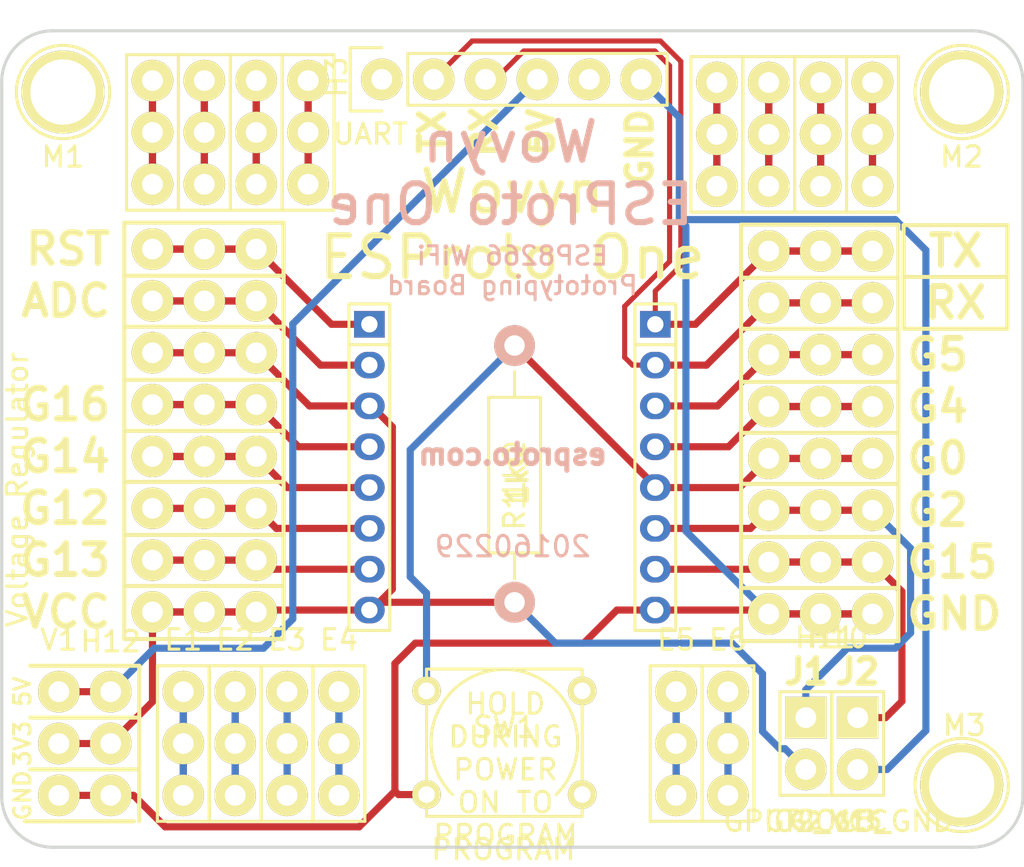
<source format=kicad_pcb>
(kicad_pcb (version 4) (host pcbnew "(2016-02-28 BZR 6599)-product")

  (general
    (links 96)
    (no_connects 2)
    (area 144.367 92.785 196.950001 135.7574)
    (thickness 1.6)
    (drawings 107)
    (tracks 205)
    (zones 0)
    (modules 32)
    (nets 33)
  )

  (page A4)
  (layers
    (0 F.Cu signal)
    (31 B.Cu signal)
    (32 B.Adhes user)
    (33 F.Adhes user)
    (34 B.Paste user)
    (35 F.Paste user)
    (36 B.SilkS user)
    (37 F.SilkS user)
    (38 B.Mask user)
    (39 F.Mask user)
    (40 Dwgs.User user)
    (41 Cmts.User user)
    (42 Eco1.User user hide)
    (43 Eco2.User user)
    (44 Edge.Cuts user)
    (45 Margin user)
    (46 B.CrtYd user)
    (47 F.CrtYd user)
    (48 B.Fab user)
    (49 F.Fab user)
  )

  (setup
    (last_trace_width 0.25)
    (trace_clearance 0.2)
    (zone_clearance 0.508)
    (zone_45_only no)
    (trace_min 0.2)
    (segment_width 0.2)
    (edge_width 0.15)
    (via_size 0.6)
    (via_drill 0.4)
    (via_min_size 0.4)
    (via_min_drill 0.3)
    (uvia_size 0.3)
    (uvia_drill 0.1)
    (uvias_allowed no)
    (uvia_min_size 0.2)
    (uvia_min_drill 0.1)
    (pcb_text_width 0.3)
    (pcb_text_size 1.5 1.5)
    (mod_edge_width 0.15)
    (mod_text_size 1 1)
    (mod_text_width 0.15)
    (pad_size 2.032 2.032)
    (pad_drill 1.016)
    (pad_to_mask_clearance 0.2)
    (aux_axis_origin 0 0)
    (grid_origin 144.78 134.62)
    (visible_elements FFFCF77F)
    (pcbplotparams
      (layerselection 0x010fc_80000001)
      (usegerberextensions true)
      (excludeedgelayer true)
      (linewidth 0.100000)
      (plotframeref false)
      (viasonmask false)
      (mode 1)
      (useauxorigin false)
      (hpglpennumber 1)
      (hpglpenspeed 20)
      (hpglpendiameter 15)
      (psnegative false)
      (psa4output false)
      (plotreference false)
      (plotvalue false)
      (plotinvisibletext false)
      (padsonsilk false)
      (subtractmaskfromsilk false)
      (outputformat 1)
      (mirror false)
      (drillshape 0)
      (scaleselection 1)
      (outputdirectory Gerber/))
  )

  (net 0 "")
  (net 1 "Net-(H1-Pad1)")
  (net 2 "Net-(H1-Pad2)")
  (net 3 "Net-(H1-Pad4)")
  (net 4 "Net-(H1-Pad5)")
  (net 5 "Net-(H1-Pad6)")
  (net 6 "Net-(H1-Pad7)")
  (net 7 "Net-(H3-Pad1)")
  (net 8 TXD)
  (net 9 RXD)
  (net 10 +5V)
  (net 11 "Net-(H3-Pad5)")
  (net 12 GND)
  (net 13 "Net-(H6-Pad3)")
  (net 14 "Net-(H6-Pad4)")
  (net 15 "Net-(H6-Pad5)")
  (net 16 "Net-(H11-Pad1)")
  (net 17 "Net-(H10-Pad1)")
  (net 18 +3V3)
  (net 19 "Net-(E1-Pad1)")
  (net 20 "Net-(E2-Pad1)")
  (net 21 "Net-(E3-Pad1)")
  (net 22 "Net-(E4-Pad1)")
  (net 23 "Net-(E5-Pad1)")
  (net 24 "Net-(E6-Pad1)")
  (net 25 "Net-(T1-Pad1)")
  (net 26 "Net-(T2-Pad1)")
  (net 27 "Net-(T3-Pad1)")
  (net 28 "Net-(T4-Pad1)")
  (net 29 "Net-(T5-Pad1)")
  (net 30 "Net-(T6-Pad1)")
  (net 31 "Net-(T7-Pad1)")
  (net 32 "Net-(T8-Pad1)")

  (net_class Default "This is the default net class."
    (clearance 0.2)
    (trace_width 0.25)
    (via_dia 0.6)
    (via_drill 0.4)
    (uvia_dia 0.3)
    (uvia_drill 0.1)
    (add_net "Net-(E1-Pad1)")
    (add_net "Net-(E2-Pad1)")
    (add_net "Net-(E3-Pad1)")
    (add_net "Net-(E4-Pad1)")
    (add_net "Net-(E5-Pad1)")
    (add_net "Net-(E6-Pad1)")
    (add_net "Net-(H1-Pad1)")
    (add_net "Net-(H1-Pad2)")
    (add_net "Net-(H1-Pad4)")
    (add_net "Net-(H1-Pad5)")
    (add_net "Net-(H1-Pad6)")
    (add_net "Net-(H1-Pad7)")
    (add_net "Net-(H10-Pad1)")
    (add_net "Net-(H11-Pad1)")
    (add_net "Net-(H3-Pad1)")
    (add_net "Net-(H3-Pad5)")
    (add_net "Net-(H6-Pad3)")
    (add_net "Net-(H6-Pad4)")
    (add_net "Net-(H6-Pad5)")
    (add_net "Net-(T1-Pad1)")
    (add_net "Net-(T2-Pad1)")
    (add_net "Net-(T3-Pad1)")
    (add_net "Net-(T4-Pad1)")
    (add_net "Net-(T5-Pad1)")
    (add_net "Net-(T6-Pad1)")
    (add_net "Net-(T7-Pad1)")
    (add_net "Net-(T8-Pad1)")
    (add_net RXD)
    (add_net TXD)
  )

  (net_class Power ""
    (clearance 0.25)
    (trace_width 0.35)
    (via_dia 0.6)
    (via_drill 0.4)
    (uvia_dia 0.3)
    (uvia_drill 0.1)
    (add_net +3V3)
    (add_net +5V)
    (add_net GND)
  )

  (module Buttons_Switches_ThroughHole:SW_PUSH_SMALL (layer F.Cu) (tedit 56D5BED6) (tstamp 568013F0)
    (at 169.389 129.5)
    (path /567F6E72)
    (fp_text reference SW1 (at 0 -0.762) (layer F.SilkS)
      (effects (font (size 1 1) (thickness 0.15)))
    )
    (fp_text value PROGRAM (at -0.0508 5.2324) (layer F.SilkS)
      (effects (font (size 1 1) (thickness 0.15)))
    )
    (fp_arc (start 0 0) (end -2.54 2.54) (angle 270) (layer F.SilkS) (width 0.15))
    (fp_line (start -3.81 -3.6068) (end 3.81 -3.6068) (layer F.SilkS) (width 0.15))
    (fp_line (start 3.81 -3.6068) (end 3.81 3.6068) (layer F.SilkS) (width 0.15))
    (fp_line (start 3.81 3.6068) (end -3.81 3.6068) (layer F.SilkS) (width 0.15))
    (fp_line (start -3.81 -3.6068) (end -3.81 3.6068) (layer F.SilkS) (width 0.15))
    (pad 1 thru_hole circle (at 3.81 -2.54) (size 1.397 1.397) (drill 0.8128) (layers *.Cu *.Mask F.SilkS)
      (net 15 "Net-(H6-Pad5)"))
    (pad 2 thru_hole circle (at 3.81 2.54) (size 1.397 1.397) (drill 0.8128) (layers *.Cu *.Mask F.SilkS)
      (net 12 GND))
    (pad 1 thru_hole circle (at -3.81 -2.54) (size 1.397 1.397) (drill 0.8128) (layers *.Cu *.Mask F.SilkS)
      (net 15 "Net-(H6-Pad5)"))
    (pad 2 thru_hole circle (at -3.81 2.54) (size 1.397 1.397) (drill 0.8128) (layers *.Cu *.Mask F.SilkS)
      (net 12 GND))
  )

  (module Pin_Headers:Pin_Header_Straight_1x08 (layer F.Cu) (tedit 569C65EA) (tstamp 56801378)
    (at 152.16 105.315)
    (descr "Through hole pin header")
    (tags "pin header")
    (path /567F7136)
    (fp_text reference H1 (at 0 0) (layer F.SilkS)
      (effects (font (size 1 1) (thickness 0.15)))
    )
    (fp_text value L3 (at 0 -3.1) (layer F.Fab)
      (effects (font (size 1 1) (thickness 0.15)))
    )
    (fp_line (start -1.75 -1.75) (end -1.75 19.55) (layer F.CrtYd) (width 0.05))
    (fp_line (start 1.75 -1.75) (end 1.75 19.55) (layer F.CrtYd) (width 0.05))
    (fp_line (start -1.75 -1.75) (end 1.75 -1.75) (layer F.CrtYd) (width 0.05))
    (fp_line (start -1.75 19.55) (end 1.75 19.55) (layer F.CrtYd) (width 0.05))
    (pad 1 thru_hole circle (at 0 0) (size 2.032 2.032) (drill 1.016) (layers *.Cu *.Mask F.SilkS)
      (net 1 "Net-(H1-Pad1)"))
    (pad 2 thru_hole circle (at 0 2.54) (size 2.032 2.032) (drill 1.016) (layers *.Cu *.Mask F.SilkS)
      (net 2 "Net-(H1-Pad2)"))
    (pad 3 thru_hole circle (at 0 5.08) (size 2.032 2.032) (drill 1.016) (layers *.Cu *.Mask F.SilkS)
      (net 18 +3V3))
    (pad 4 thru_hole circle (at 0 7.62) (size 2.032 2.032) (drill 1.016) (layers *.Cu *.Mask F.SilkS)
      (net 3 "Net-(H1-Pad4)"))
    (pad 5 thru_hole circle (at 0 10.16) (size 2.032 2.032) (drill 1.016) (layers *.Cu *.Mask F.SilkS)
      (net 4 "Net-(H1-Pad5)"))
    (pad 6 thru_hole circle (at 0 12.7) (size 2.032 2.032) (drill 1.016) (layers *.Cu *.Mask F.SilkS)
      (net 5 "Net-(H1-Pad6)"))
    (pad 7 thru_hole circle (at 0 15.24) (size 2.032 2.032) (drill 1.016) (layers *.Cu *.Mask F.SilkS)
      (net 6 "Net-(H1-Pad7)"))
    (pad 8 thru_hole circle (at 0 17.78) (size 2.032 2.032) (drill 1.016) (layers *.Cu *.Mask F.SilkS)
      (net 18 +3V3))
    (model Pin_Headers.3dshapes/Pin_Header_Straight_1x08.wrl
      (at (xyz 0 -0.35 0))
      (scale (xyz 1 1 1))
      (rotate (xyz 0 0 90))
    )
  )

  (module Pin_Headers:Pin_Header_Straight_1x08 (layer F.Cu) (tedit 569C65C5) (tstamp 56801384)
    (at 154.7 105.315)
    (descr "Through hole pin header")
    (tags "pin header")
    (path /567F70F8)
    (fp_text reference H2 (at 0 0) (layer F.SilkS)
      (effects (font (size 1 1) (thickness 0.15)))
    )
    (fp_text value L2 (at 0 -3.1) (layer F.Fab)
      (effects (font (size 1 1) (thickness 0.15)))
    )
    (fp_line (start -1.75 -1.75) (end -1.75 19.55) (layer F.CrtYd) (width 0.05))
    (fp_line (start 1.75 -1.75) (end 1.75 19.55) (layer F.CrtYd) (width 0.05))
    (fp_line (start -1.75 -1.75) (end 1.75 -1.75) (layer F.CrtYd) (width 0.05))
    (fp_line (start -1.75 19.55) (end 1.75 19.55) (layer F.CrtYd) (width 0.05))
    (pad 1 thru_hole circle (at 0 0) (size 2.032 2.032) (drill 1.016) (layers *.Cu *.Mask F.SilkS)
      (net 1 "Net-(H1-Pad1)"))
    (pad 2 thru_hole circle (at 0 2.54) (size 2.032 2.032) (drill 1.016) (layers *.Cu *.Mask F.SilkS)
      (net 2 "Net-(H1-Pad2)"))
    (pad 3 thru_hole circle (at 0 5.08) (size 2.032 2.032) (drill 1.016) (layers *.Cu *.Mask F.SilkS)
      (net 18 +3V3))
    (pad 4 thru_hole circle (at 0 7.62) (size 2.032 2.032) (drill 1.016) (layers *.Cu *.Mask F.SilkS)
      (net 3 "Net-(H1-Pad4)"))
    (pad 5 thru_hole circle (at 0 10.16) (size 2.032 2.032) (drill 1.016) (layers *.Cu *.Mask F.SilkS)
      (net 4 "Net-(H1-Pad5)"))
    (pad 6 thru_hole circle (at 0 12.7) (size 2.032 2.032) (drill 1.016) (layers *.Cu *.Mask F.SilkS)
      (net 5 "Net-(H1-Pad6)"))
    (pad 7 thru_hole circle (at 0 15.24) (size 2.032 2.032) (drill 1.016) (layers *.Cu *.Mask F.SilkS)
      (net 6 "Net-(H1-Pad7)"))
    (pad 8 thru_hole circle (at 0 17.78) (size 2.032 2.032) (drill 1.016) (layers *.Cu *.Mask F.SilkS)
      (net 18 +3V3))
    (model Pin_Headers.3dshapes/Pin_Header_Straight_1x08.wrl
      (at (xyz 0 -0.35 0))
      (scale (xyz 1 1 1))
      (rotate (xyz 0 0 90))
    )
  )

  (module Pin_Headers:Pin_Header_Straight_1x08 (layer F.Cu) (tedit 569C65AB) (tstamp 5680139A)
    (at 157.24 105.315)
    (descr "Through hole pin header")
    (tags "pin header")
    (path /567F70C1)
    (fp_text reference H4 (at 0 0) (layer F.SilkS)
      (effects (font (size 1 1) (thickness 0.15)))
    )
    (fp_text value L1 (at 0 -3.1) (layer F.Fab)
      (effects (font (size 1 1) (thickness 0.15)))
    )
    (fp_line (start -1.75 -1.75) (end -1.75 19.55) (layer F.CrtYd) (width 0.05))
    (fp_line (start 1.75 -1.75) (end 1.75 19.55) (layer F.CrtYd) (width 0.05))
    (fp_line (start -1.75 -1.75) (end 1.75 -1.75) (layer F.CrtYd) (width 0.05))
    (fp_line (start -1.75 19.55) (end 1.75 19.55) (layer F.CrtYd) (width 0.05))
    (pad 1 thru_hole circle (at 0 0) (size 2.032 2.032) (drill 1.016) (layers *.Cu *.Mask F.SilkS)
      (net 1 "Net-(H1-Pad1)"))
    (pad 2 thru_hole circle (at 0 2.54) (size 2.032 2.032) (drill 1.016) (layers *.Cu *.Mask F.SilkS)
      (net 2 "Net-(H1-Pad2)"))
    (pad 3 thru_hole circle (at 0 5.08) (size 2.032 2.032) (drill 1.016) (layers *.Cu *.Mask F.SilkS)
      (net 18 +3V3))
    (pad 4 thru_hole circle (at 0 7.62) (size 2.032 2.032) (drill 1.016) (layers *.Cu *.Mask F.SilkS)
      (net 3 "Net-(H1-Pad4)"))
    (pad 5 thru_hole circle (at 0 10.16) (size 2.032 2.032) (drill 1.016) (layers *.Cu *.Mask F.SilkS)
      (net 4 "Net-(H1-Pad5)"))
    (pad 6 thru_hole circle (at 0 12.7) (size 2.032 2.032) (drill 1.016) (layers *.Cu *.Mask F.SilkS)
      (net 5 "Net-(H1-Pad6)"))
    (pad 7 thru_hole circle (at 0 15.24) (size 2.032 2.032) (drill 1.016) (layers *.Cu *.Mask F.SilkS)
      (net 6 "Net-(H1-Pad7)"))
    (pad 8 thru_hole circle (at 0 17.78) (size 2.032 2.032) (drill 1.016) (layers *.Cu *.Mask F.SilkS)
      (net 18 +3V3))
    (model Pin_Headers.3dshapes/Pin_Header_Straight_1x08.wrl
      (at (xyz 0 -0.35 0))
      (scale (xyz 1 1 1))
      (rotate (xyz 0 0 90))
    )
  )

  (module Pin_Headers:Pin_Header_Straight_1x08 (layer F.Cu) (tedit 569C6592) (tstamp 568013D6)
    (at 187.415 105.41)
    (descr "Through hole pin header")
    (tags "pin header")
    (path /567F67A7)
    (fp_text reference H9 (at 0 0) (layer F.SilkS)
      (effects (font (size 1 1) (thickness 0.15)))
    )
    (fp_text value R3 (at 0 -3.1) (layer F.Fab)
      (effects (font (size 1 1) (thickness 0.15)))
    )
    (fp_line (start -1.75 -1.75) (end -1.75 19.55) (layer F.CrtYd) (width 0.05))
    (fp_line (start 1.75 -1.75) (end 1.75 19.55) (layer F.CrtYd) (width 0.05))
    (fp_line (start -1.75 -1.75) (end 1.75 -1.75) (layer F.CrtYd) (width 0.05))
    (fp_line (start -1.75 19.55) (end 1.75 19.55) (layer F.CrtYd) (width 0.05))
    (pad 1 thru_hole circle (at 0 0) (size 2.032 2.032) (drill 1.016) (layers *.Cu *.Mask F.SilkS)
      (net 8 TXD))
    (pad 2 thru_hole circle (at 0 2.54) (size 2.032 2.032) (drill 1.016) (layers *.Cu *.Mask F.SilkS)
      (net 9 RXD))
    (pad 3 thru_hole circle (at 0 5.08) (size 2.032 2.032) (drill 1.016) (layers *.Cu *.Mask F.SilkS)
      (net 13 "Net-(H6-Pad3)"))
    (pad 4 thru_hole circle (at 0 7.62) (size 2.032 2.032) (drill 1.016) (layers *.Cu *.Mask F.SilkS)
      (net 14 "Net-(H6-Pad4)"))
    (pad 5 thru_hole circle (at 0 10.16) (size 2.032 2.032) (drill 1.016) (layers *.Cu *.Mask F.SilkS)
      (net 15 "Net-(H6-Pad5)"))
    (pad 6 thru_hole circle (at 0 12.7) (size 2.032 2.032) (drill 1.016) (layers *.Cu *.Mask F.SilkS)
      (net 16 "Net-(H11-Pad1)"))
    (pad 7 thru_hole circle (at 0 15.24) (size 2.032 2.032) (drill 1.016) (layers *.Cu *.Mask F.SilkS)
      (net 17 "Net-(H10-Pad1)"))
    (pad 8 thru_hole circle (at 0 17.78) (size 2.032 2.032) (drill 1.016) (layers *.Cu *.Mask F.SilkS)
      (net 12 GND))
    (model Pin_Headers.3dshapes/Pin_Header_Straight_1x08.wrl
      (at (xyz 0 -0.35 0))
      (scale (xyz 1 1 1))
      (rotate (xyz 0 0 90))
    )
  )

  (module Pin_Headers:Pin_Header_Straight_1x08 (layer F.Cu) (tedit 569C6574) (tstamp 568013CA)
    (at 184.875 105.41)
    (descr "Through hole pin header")
    (tags "pin header")
    (path /567F677C)
    (fp_text reference H8 (at 0 0) (layer F.SilkS)
      (effects (font (size 1 1) (thickness 0.15)))
    )
    (fp_text value R2 (at 0 -3.1) (layer F.Fab)
      (effects (font (size 1 1) (thickness 0.15)))
    )
    (fp_line (start -1.75 -1.75) (end -1.75 19.55) (layer F.CrtYd) (width 0.05))
    (fp_line (start 1.75 -1.75) (end 1.75 19.55) (layer F.CrtYd) (width 0.05))
    (fp_line (start -1.75 -1.75) (end 1.75 -1.75) (layer F.CrtYd) (width 0.05))
    (fp_line (start -1.75 19.55) (end 1.75 19.55) (layer F.CrtYd) (width 0.05))
    (pad 1 thru_hole circle (at 0 0) (size 2.032 2.032) (drill 1.016) (layers *.Cu *.Mask F.SilkS)
      (net 8 TXD))
    (pad 2 thru_hole circle (at 0 2.54) (size 2.032 2.032) (drill 1.016) (layers *.Cu *.Mask F.SilkS)
      (net 9 RXD))
    (pad 3 thru_hole circle (at 0 5.08) (size 2.032 2.032) (drill 1.016) (layers *.Cu *.Mask F.SilkS)
      (net 13 "Net-(H6-Pad3)"))
    (pad 4 thru_hole circle (at 0 7.62) (size 2.032 2.032) (drill 1.016) (layers *.Cu *.Mask F.SilkS)
      (net 14 "Net-(H6-Pad4)"))
    (pad 5 thru_hole circle (at 0 10.16) (size 2.032 2.032) (drill 1.016) (layers *.Cu *.Mask F.SilkS)
      (net 15 "Net-(H6-Pad5)"))
    (pad 6 thru_hole circle (at 0 12.7) (size 2.032 2.032) (drill 1.016) (layers *.Cu *.Mask F.SilkS)
      (net 16 "Net-(H11-Pad1)"))
    (pad 7 thru_hole circle (at 0 15.24) (size 2.032 2.032) (drill 1.016) (layers *.Cu *.Mask F.SilkS)
      (net 17 "Net-(H10-Pad1)"))
    (pad 8 thru_hole circle (at 0 17.78) (size 2.032 2.032) (drill 1.016) (layers *.Cu *.Mask F.SilkS)
      (net 12 GND))
    (model Pin_Headers.3dshapes/Pin_Header_Straight_1x08.wrl
      (at (xyz 0 -0.35 0))
      (scale (xyz 1 1 1))
      (rotate (xyz 0 0 90))
    )
  )

  (module Pin_Headers:Pin_Header_Straight_1x08 (layer F.Cu) (tedit 569C6558) (tstamp 568013BE)
    (at 182.335 105.41)
    (descr "Through hole pin header")
    (tags "pin header")
    (path /567F6754)
    (fp_text reference H7 (at 0 0) (layer F.SilkS)
      (effects (font (size 1 1) (thickness 0.15)))
    )
    (fp_text value R1 (at 0 -3.1) (layer F.Fab)
      (effects (font (size 1 1) (thickness 0.15)))
    )
    (fp_line (start -1.75 -1.75) (end -1.75 19.55) (layer F.CrtYd) (width 0.05))
    (fp_line (start 1.75 -1.75) (end 1.75 19.55) (layer F.CrtYd) (width 0.05))
    (fp_line (start -1.75 -1.75) (end 1.75 -1.75) (layer F.CrtYd) (width 0.05))
    (fp_line (start -1.75 19.55) (end 1.75 19.55) (layer F.CrtYd) (width 0.05))
    (pad 1 thru_hole circle (at 0 0) (size 2.032 2.032) (drill 1.016) (layers *.Cu *.Mask F.SilkS)
      (net 8 TXD))
    (pad 2 thru_hole circle (at 0 2.54) (size 2.032 2.032) (drill 1.016) (layers *.Cu *.Mask F.SilkS)
      (net 9 RXD))
    (pad 3 thru_hole circle (at 0 5.08) (size 2.032 2.032) (drill 1.016) (layers *.Cu *.Mask F.SilkS)
      (net 13 "Net-(H6-Pad3)"))
    (pad 4 thru_hole circle (at 0 7.62) (size 2.032 2.032) (drill 1.016) (layers *.Cu *.Mask F.SilkS)
      (net 14 "Net-(H6-Pad4)"))
    (pad 5 thru_hole circle (at 0 10.16) (size 2.032 2.032) (drill 1.016) (layers *.Cu *.Mask F.SilkS)
      (net 15 "Net-(H6-Pad5)"))
    (pad 6 thru_hole circle (at 0 12.7) (size 2.032 2.032) (drill 1.016) (layers *.Cu *.Mask F.SilkS)
      (net 16 "Net-(H11-Pad1)"))
    (pad 7 thru_hole circle (at 0 15.24) (size 2.032 2.032) (drill 1.016) (layers *.Cu *.Mask F.SilkS)
      (net 17 "Net-(H10-Pad1)"))
    (pad 8 thru_hole circle (at 0 17.78) (size 2.032 2.032) (drill 1.016) (layers *.Cu *.Mask F.SilkS)
      (net 12 GND))
    (model Pin_Headers.3dshapes/Pin_Header_Straight_1x08.wrl
      (at (xyz 0 -0.35 0))
      (scale (xyz 1 1 1))
      (rotate (xyz 0 0 90))
    )
  )

  (module Pin_Headers:Pin_Header_Straight_1x02 (layer F.Cu) (tedit 569C6455) (tstamp 568013DC)
    (at 186.69 128.27)
    (descr "Through hole pin header")
    (tags "pin header")
    (path /567F60C4)
    (fp_text reference H10 (at -0.97 -3.921) (layer F.SilkS)
      (effects (font (size 1 1) (thickness 0.15)))
    )
    (fp_text value GPIO15_GND (at 0.046 5.08) (layer F.SilkS)
      (effects (font (size 1 1) (thickness 0.15)))
    )
    (fp_line (start -1.27 3.81) (end -1.27 -1.27) (layer F.SilkS) (width 0.15))
    (fp_line (start 1.27 3.81) (end -1.27 3.81) (layer F.SilkS) (width 0.15))
    (fp_line (start 1.27 -1.27) (end 1.27 3.81) (layer F.SilkS) (width 0.15))
    (fp_line (start -1.27 -1.27) (end 1.27 -1.27) (layer F.SilkS) (width 0.15))
    (fp_line (start -1.75 -1.75) (end -1.75 4.3) (layer F.CrtYd) (width 0.05))
    (fp_line (start 1.75 -1.75) (end 1.75 4.3) (layer F.CrtYd) (width 0.05))
    (fp_line (start -1.75 -1.75) (end 1.75 -1.75) (layer F.CrtYd) (width 0.05))
    (fp_line (start -1.75 4.3) (end 1.75 4.3) (layer F.CrtYd) (width 0.05))
    (pad 1 thru_hole rect (at 0 0) (size 2.032 2.032) (drill 1.016) (layers *.Cu *.Mask F.SilkS)
      (net 17 "Net-(H10-Pad1)"))
    (pad 2 thru_hole oval (at 0 2.54) (size 2.032 2.032) (drill 1.016) (layers *.Cu *.Mask F.SilkS)
      (net 12 GND))
    (model Pin_Headers.3dshapes/Pin_Header_Straight_1x02.wrl
      (at (xyz 0 -0.05 0))
      (scale (xyz 1 1 1))
      (rotate (xyz 0 0 90))
    )
  )

  (module Pin_Headers:Pin_Header_Straight_1x02 (layer F.Cu) (tedit 569C6430) (tstamp 568013E2)
    (at 184.15 128.27)
    (descr "Through hole pin header")
    (tags "pin header")
    (path /567F6266)
    (fp_text reference H11 (at 0.949 -3.921) (layer F.SilkS)
      (effects (font (size 1 1) (thickness 0.15)))
    )
    (fp_text value GPIO2_VCC (at 0 5.08) (layer F.SilkS)
      (effects (font (size 1 1) (thickness 0.15)))
    )
    (fp_line (start -1.27 3.81) (end -1.27 -1.27) (layer F.SilkS) (width 0.15))
    (fp_line (start 1.27 3.81) (end -1.27 3.81) (layer F.SilkS) (width 0.15))
    (fp_line (start 1.27 -1.27) (end 1.27 3.81) (layer F.SilkS) (width 0.15))
    (fp_line (start -1.27 -1.27) (end 1.27 -1.27) (layer F.SilkS) (width 0.15))
    (fp_line (start -1.75 -1.75) (end -1.75 4.3) (layer F.CrtYd) (width 0.05))
    (fp_line (start 1.75 -1.75) (end 1.75 4.3) (layer F.CrtYd) (width 0.05))
    (fp_line (start -1.75 -1.75) (end 1.75 -1.75) (layer F.CrtYd) (width 0.05))
    (fp_line (start -1.75 4.3) (end 1.75 4.3) (layer F.CrtYd) (width 0.05))
    (pad 1 thru_hole rect (at 0 0) (size 2.032 2.032) (drill 1.016) (layers *.Cu *.Mask F.SilkS)
      (net 16 "Net-(H11-Pad1)"))
    (pad 2 thru_hole oval (at 0 2.54) (size 2.032 2.032) (drill 1.016) (layers *.Cu *.Mask F.SilkS)
      (net 18 +3V3))
    (model Pin_Headers.3dshapes/Pin_Header_Straight_1x02.wrl
      (at (xyz 0 -0.05 0))
      (scale (xyz 1 1 1))
      (rotate (xyz 0 0 90))
    )
  )

  (module Resistors_ThroughHole:Resistor_Horizontal_RM15mm (layer F.Cu) (tedit 56835784) (tstamp 568013E8)
    (at 169.889 115.12 90)
    (descr "Resistor, Axial, RM 15mm,")
    (tags "Resistor, Axial, RM 15mm,")
    (path /567F5FE1)
    (fp_text reference R1 (at -3 0 90) (layer F.SilkS)
      (effects (font (size 1 1) (thickness 0.15)))
    )
    (fp_text value 1kΩ (at -1.02 -0.009 90) (layer F.SilkS)
      (effects (font (size 1 1) (thickness 0.15)))
    )
    (fp_line (start -5.08 -1.27) (end -5.08 1.27) (layer F.SilkS) (width 0.15))
    (fp_line (start -5.08 1.27) (end 2.54 1.27) (layer F.SilkS) (width 0.15))
    (fp_line (start 2.54 1.27) (end 2.54 -1.27) (layer F.SilkS) (width 0.15))
    (fp_line (start 2.54 -1.27) (end -5.08 -1.27) (layer F.SilkS) (width 0.15))
    (fp_line (start 3.81 0) (end 2.54 0) (layer F.SilkS) (width 0.15))
    (fp_line (start -6.35 0) (end -5.08 0) (layer F.SilkS) (width 0.15))
    (pad 1 thru_hole circle (at -7.5 0 90) (size 1.99898 1.99898) (drill 1.00076) (layers *.Cu *.SilkS *.Mask)
      (net 18 +3V3))
    (pad 2 thru_hole circle (at 5.08 0 90) (size 1.99898 1.99898) (drill 1.00076) (layers *.Cu *.SilkS *.Mask)
      (net 15 "Net-(H6-Pad5)"))
    (model Resistors_ThroughHole.3dshapes/Resistor_Horizontal_RM15mm.wrl
      (at (xyz 0 0 0))
      (scale (xyz 0.4 0.4 0.4))
      (rotate (xyz 0 0 0))
    )
  )

  (module Connect:1pin (layer F.Cu) (tedit 56832197) (tstamp 56831E25)
    (at 191.78 131.572)
    (descr "module 1 pin (ou trou mecanique de percage)")
    (tags DEV)
    (fp_text reference M3 (at 0.127 -2.921) (layer F.SilkS)
      (effects (font (size 1 1) (thickness 0.15)))
    )
    (fp_text value "" (at 0 2.794) (layer F.Fab)
      (effects (font (size 1 1) (thickness 0.15)))
    )
    (fp_circle (center 0 0) (end 0 -2.286) (layer F.SilkS) (width 0.15))
    (pad 1 thru_hole circle (at 0 0) (size 4.064 4.064) (drill 3.2) (layers *.Cu *.Mask F.SilkS))
  )

  (module Pin_Headers:Pin_Header_Straight_1x03 (layer F.Cu) (tedit 5683218D) (tstamp 5681BA0A)
    (at 180.34 127)
    (descr "Through hole pin header")
    (tags "pin header")
    (path /5681B9F7)
    (fp_text reference E6 (at 0 -2.54) (layer F.SilkS)
      (effects (font (size 1 1) (thickness 0.15)))
    )
    (fp_text value Ex6 (at 0 7.62) (layer F.Fab)
      (effects (font (size 1 1) (thickness 0.15)))
    )
    (fp_line (start -1.27 -1.27) (end -1.27 6.35) (layer F.SilkS) (width 0.15))
    (fp_line (start 1.27 -1.27) (end 1.27 6.35) (layer F.SilkS) (width 0.15))
    (fp_line (start -1.75 -1.75) (end -1.75 6.85) (layer F.CrtYd) (width 0.05))
    (fp_line (start 1.75 -1.75) (end 1.75 6.85) (layer F.CrtYd) (width 0.05))
    (fp_line (start -1.75 -1.75) (end 1.75 -1.75) (layer F.CrtYd) (width 0.05))
    (fp_line (start -1.75 6.85) (end 1.75 6.85) (layer F.CrtYd) (width 0.05))
    (fp_line (start -1.27 6.35) (end 1.27 6.35) (layer F.SilkS) (width 0.15))
    (fp_line (start 1.27 -1.27) (end -1.27 -1.27) (layer F.SilkS) (width 0.15))
    (pad 1 thru_hole circle (at 0 0) (size 2.032 2.032) (drill 1.016) (layers *.Cu *.Mask F.SilkS)
      (net 24 "Net-(E6-Pad1)"))
    (pad 2 thru_hole circle (at 0 2.54) (size 2.032 2.032) (drill 1.016) (layers *.Cu *.Mask F.SilkS)
      (net 24 "Net-(E6-Pad1)"))
    (pad 3 thru_hole circle (at 0 5.08) (size 2.032 2.032) (drill 1.016) (layers *.Cu *.Mask F.SilkS)
      (net 24 "Net-(E6-Pad1)"))
    (model Pin_Headers.3dshapes/Pin_Header_Straight_1x03.wrl
      (at (xyz 0 -0.1 0))
      (scale (xyz 1 1 1))
      (rotate (xyz 0 0 90))
    )
  )

  (module Pin_Headers:Pin_Header_Straight_1x03 (layer F.Cu) (tedit 56832186) (tstamp 5681BA03)
    (at 177.8 127)
    (descr "Through hole pin header")
    (tags "pin header")
    (path /5681B9A4)
    (fp_text reference E5 (at 0 -2.54) (layer F.SilkS)
      (effects (font (size 1 1) (thickness 0.15)))
    )
    (fp_text value Ex5 (at 0 7.62) (layer F.Fab)
      (effects (font (size 1 1) (thickness 0.15)))
    )
    (fp_line (start 1.27 -1.27) (end 1.27 6.35) (layer F.SilkS) (width 0.15))
    (fp_line (start -1.27 -1.27) (end -1.27 6.35) (layer F.SilkS) (width 0.15))
    (fp_line (start -1.75 -1.75) (end -1.75 6.85) (layer F.CrtYd) (width 0.05))
    (fp_line (start 1.75 -1.75) (end 1.75 6.85) (layer F.CrtYd) (width 0.05))
    (fp_line (start -1.75 -1.75) (end 1.75 -1.75) (layer F.CrtYd) (width 0.05))
    (fp_line (start -1.75 6.85) (end 1.75 6.85) (layer F.CrtYd) (width 0.05))
    (fp_line (start -1.27 6.35) (end 1.27 6.35) (layer F.SilkS) (width 0.15))
    (fp_line (start 1.27 -1.27) (end -1.27 -1.27) (layer F.SilkS) (width 0.15))
    (pad 1 thru_hole circle (at 0 0) (size 2.032 2.032) (drill 1.016) (layers *.Cu *.Mask F.SilkS)
      (net 23 "Net-(E5-Pad1)"))
    (pad 2 thru_hole circle (at 0 2.54) (size 2.032 2.032) (drill 1.016) (layers *.Cu *.Mask F.SilkS)
      (net 23 "Net-(E5-Pad1)"))
    (pad 3 thru_hole circle (at 0 5.08) (size 2.032 2.032) (drill 1.016) (layers *.Cu *.Mask F.SilkS)
      (net 23 "Net-(E5-Pad1)"))
    (model Pin_Headers.3dshapes/Pin_Header_Straight_1x03.wrl
      (at (xyz 0 -0.1 0))
      (scale (xyz 1 1 1))
      (rotate (xyz 0 0 90))
    )
  )

  (module Pin_Headers:Pin_Header_Straight_1x03 (layer F.Cu) (tedit 56832180) (tstamp 5681B9FC)
    (at 161.29 127)
    (descr "Through hole pin header")
    (tags "pin header")
    (path /5681B94F)
    (fp_text reference E4 (at 0 -2.54) (layer F.SilkS)
      (effects (font (size 1 1) (thickness 0.15)))
    )
    (fp_text value Ex4 (at 0 7.62) (layer F.Fab)
      (effects (font (size 1 1) (thickness 0.15)))
    )
    (fp_line (start 1.27 -1.27) (end 1.27 6.35) (layer F.SilkS) (width 0.15))
    (fp_line (start -1.27 -1.27) (end -1.27 6.35) (layer F.SilkS) (width 0.15))
    (fp_line (start -1.75 -1.75) (end -1.75 6.85) (layer F.CrtYd) (width 0.05))
    (fp_line (start 1.75 -1.75) (end 1.75 6.85) (layer F.CrtYd) (width 0.05))
    (fp_line (start -1.75 -1.75) (end 1.75 -1.75) (layer F.CrtYd) (width 0.05))
    (fp_line (start -1.75 6.85) (end 1.75 6.85) (layer F.CrtYd) (width 0.05))
    (fp_line (start -1.27 6.35) (end 1.27 6.35) (layer F.SilkS) (width 0.15))
    (fp_line (start 1.27 -1.27) (end -1.27 -1.27) (layer F.SilkS) (width 0.15))
    (pad 1 thru_hole circle (at 0 0) (size 2.032 2.032) (drill 1.016) (layers *.Cu *.Mask F.SilkS)
      (net 22 "Net-(E4-Pad1)"))
    (pad 2 thru_hole circle (at 0 2.54) (size 2.032 2.032) (drill 1.016) (layers *.Cu *.Mask F.SilkS)
      (net 22 "Net-(E4-Pad1)"))
    (pad 3 thru_hole circle (at 0 5.08) (size 2.032 2.032) (drill 1.016) (layers *.Cu *.Mask F.SilkS)
      (net 22 "Net-(E4-Pad1)"))
    (model Pin_Headers.3dshapes/Pin_Header_Straight_1x03.wrl
      (at (xyz 0 -0.1 0))
      (scale (xyz 1 1 1))
      (rotate (xyz 0 0 90))
    )
  )

  (module Pin_Headers:Pin_Header_Straight_1x03 (layer F.Cu) (tedit 56831F18) (tstamp 5681BBD0)
    (at 187.415 97.155)
    (descr "Through hole pin header")
    (tags "pin header")
    (path /5681CB40)
    (fp_text reference T8 (at -0.127 0.084999) (layer F.SilkS)
      (effects (font (size 1 1) (thickness 0.15)))
    )
    (fp_text value T8 (at 0 -3.1) (layer F.Fab)
      (effects (font (size 1 1) (thickness 0.15)))
    )
    (fp_line (start -1.27 -1.27) (end -1.27 6.35) (layer F.SilkS) (width 0.15))
    (fp_line (start 1.27 -1.27) (end 1.27 6.35) (layer F.SilkS) (width 0.15))
    (fp_line (start -1.75 -1.75) (end -1.75 6.85) (layer F.CrtYd) (width 0.05))
    (fp_line (start 1.75 -1.75) (end 1.75 6.85) (layer F.CrtYd) (width 0.05))
    (fp_line (start -1.75 -1.75) (end 1.75 -1.75) (layer F.CrtYd) (width 0.05))
    (fp_line (start -1.75 6.85) (end 1.75 6.85) (layer F.CrtYd) (width 0.05))
    (fp_line (start -1.27 6.35) (end 1.27 6.35) (layer F.SilkS) (width 0.15))
    (fp_line (start 1.27 -1.27) (end -1.27 -1.27) (layer F.SilkS) (width 0.15))
    (pad 1 thru_hole circle (at 0 0) (size 2.032 2.032) (drill 1.016) (layers *.Cu *.Mask F.SilkS)
      (net 32 "Net-(T8-Pad1)"))
    (pad 2 thru_hole circle (at 0 2.54) (size 2.032 2.032) (drill 1.016) (layers *.Cu *.Mask F.SilkS)
      (net 32 "Net-(T8-Pad1)"))
    (pad 3 thru_hole circle (at 0 5.08) (size 2.032 2.032) (drill 1.016) (layers *.Cu *.Mask F.SilkS)
      (net 32 "Net-(T8-Pad1)"))
    (model Pin_Headers.3dshapes/Pin_Header_Straight_1x03.wrl
      (at (xyz 0 -0.1 0))
      (scale (xyz 1 1 1))
      (rotate (xyz 0 0 90))
    )
  )

  (module Pin_Headers:Pin_Header_Straight_1x03 (layer F.Cu) (tedit 56831F12) (tstamp 5681BBC9)
    (at 184.875 97.155)
    (descr "Through hole pin header")
    (tags "pin header")
    (path /5681CB3A)
    (fp_text reference T7 (at 0 0) (layer F.SilkS)
      (effects (font (size 1 1) (thickness 0.15)))
    )
    (fp_text value T7 (at 0 -3.1) (layer F.Fab)
      (effects (font (size 1 1) (thickness 0.15)))
    )
    (fp_line (start -1.27 -1.27) (end -1.27 6.35) (layer F.SilkS) (width 0.15))
    (fp_line (start 1.27 -1.27) (end 1.27 6.35) (layer F.SilkS) (width 0.15))
    (fp_line (start -1.75 -1.75) (end -1.75 6.85) (layer F.CrtYd) (width 0.05))
    (fp_line (start 1.75 -1.75) (end 1.75 6.85) (layer F.CrtYd) (width 0.05))
    (fp_line (start -1.75 -1.75) (end 1.75 -1.75) (layer F.CrtYd) (width 0.05))
    (fp_line (start -1.75 6.85) (end 1.75 6.85) (layer F.CrtYd) (width 0.05))
    (fp_line (start -1.27 6.35) (end 1.27 6.35) (layer F.SilkS) (width 0.15))
    (fp_line (start 1.27 -1.27) (end -1.27 -1.27) (layer F.SilkS) (width 0.15))
    (pad 1 thru_hole circle (at 0 0) (size 2.032 2.032) (drill 1.016) (layers *.Cu *.Mask F.SilkS)
      (net 31 "Net-(T7-Pad1)"))
    (pad 2 thru_hole circle (at 0 2.54) (size 2.032 2.032) (drill 1.016) (layers *.Cu *.Mask F.SilkS)
      (net 31 "Net-(T7-Pad1)"))
    (pad 3 thru_hole circle (at 0 5.08) (size 2.032 2.032) (drill 1.016) (layers *.Cu *.Mask F.SilkS)
      (net 31 "Net-(T7-Pad1)"))
    (model Pin_Headers.3dshapes/Pin_Header_Straight_1x03.wrl
      (at (xyz 0 -0.1 0))
      (scale (xyz 1 1 1))
      (rotate (xyz 0 0 90))
    )
  )

  (module Pin_Headers:Pin_Header_Straight_1x03 (layer F.Cu) (tedit 56831F0F) (tstamp 5681BBC2)
    (at 182.335 97.155)
    (descr "Through hole pin header")
    (tags "pin header")
    (path /5681CB34)
    (fp_text reference T6 (at 0 0) (layer F.SilkS)
      (effects (font (size 1 1) (thickness 0.15)))
    )
    (fp_text value T6 (at 0 -3.1) (layer F.Fab)
      (effects (font (size 1 1) (thickness 0.15)))
    )
    (fp_line (start 1.27 6.35) (end 1.27 -1.27) (layer F.SilkS) (width 0.15))
    (fp_line (start -1.27 -1.27) (end -1.27 6.35) (layer F.SilkS) (width 0.15))
    (fp_line (start -1.75 -1.75) (end -1.75 6.85) (layer F.CrtYd) (width 0.05))
    (fp_line (start 1.75 -1.75) (end 1.75 6.85) (layer F.CrtYd) (width 0.05))
    (fp_line (start -1.75 -1.75) (end 1.75 -1.75) (layer F.CrtYd) (width 0.05))
    (fp_line (start -1.75 6.85) (end 1.75 6.85) (layer F.CrtYd) (width 0.05))
    (fp_line (start -1.27 6.35) (end 1.27 6.35) (layer F.SilkS) (width 0.15))
    (fp_line (start 1.27 -1.27) (end -1.27 -1.27) (layer F.SilkS) (width 0.15))
    (pad 1 thru_hole circle (at 0 0) (size 2.032 2.032) (drill 1.016) (layers *.Cu *.Mask F.SilkS)
      (net 30 "Net-(T6-Pad1)"))
    (pad 2 thru_hole circle (at 0 2.54) (size 2.032 2.032) (drill 1.016) (layers *.Cu *.Mask F.SilkS)
      (net 30 "Net-(T6-Pad1)"))
    (pad 3 thru_hole circle (at 0 5.08) (size 2.032 2.032) (drill 1.016) (layers *.Cu *.Mask F.SilkS)
      (net 30 "Net-(T6-Pad1)"))
    (model Pin_Headers.3dshapes/Pin_Header_Straight_1x03.wrl
      (at (xyz 0 -0.1 0))
      (scale (xyz 1 1 1))
      (rotate (xyz 0 0 90))
    )
  )

  (module Pin_Headers:Pin_Header_Straight_1x03 (layer F.Cu) (tedit 56831F0C) (tstamp 5681BBBB)
    (at 179.795 97.155)
    (descr "Through hole pin header")
    (tags "pin header")
    (path /5681CB2E)
    (fp_text reference T5 (at 0 0) (layer F.SilkS)
      (effects (font (size 1 1) (thickness 0.15)))
    )
    (fp_text value T5 (at 0 -3.1) (layer F.Fab)
      (effects (font (size 1 1) (thickness 0.15)))
    )
    (fp_line (start -1.27 -1.27) (end -1.27 6.35) (layer F.SilkS) (width 0.15))
    (fp_line (start 1.27 -1.27) (end 1.27 6.35) (layer F.SilkS) (width 0.15))
    (fp_line (start -1.75 -1.75) (end -1.75 6.85) (layer F.CrtYd) (width 0.05))
    (fp_line (start 1.75 -1.75) (end 1.75 6.85) (layer F.CrtYd) (width 0.05))
    (fp_line (start -1.75 -1.75) (end 1.75 -1.75) (layer F.CrtYd) (width 0.05))
    (fp_line (start -1.75 6.85) (end 1.75 6.85) (layer F.CrtYd) (width 0.05))
    (fp_line (start -1.27 6.35) (end 1.27 6.35) (layer F.SilkS) (width 0.15))
    (fp_line (start 1.27 -1.27) (end -1.27 -1.27) (layer F.SilkS) (width 0.15))
    (pad 1 thru_hole circle (at 0 0) (size 2.032 2.032) (drill 1.016) (layers *.Cu *.Mask F.SilkS)
      (net 29 "Net-(T5-Pad1)"))
    (pad 2 thru_hole circle (at 0 2.54) (size 2.032 2.032) (drill 1.016) (layers *.Cu *.Mask F.SilkS)
      (net 29 "Net-(T5-Pad1)"))
    (pad 3 thru_hole circle (at 0 5.08) (size 2.032 2.032) (drill 1.016) (layers *.Cu *.Mask F.SilkS)
      (net 29 "Net-(T5-Pad1)"))
    (model Pin_Headers.3dshapes/Pin_Header_Straight_1x03.wrl
      (at (xyz 0 -0.1 0))
      (scale (xyz 1 1 1))
      (rotate (xyz 0 0 90))
    )
  )

  (module Pin_Headers:Pin_Header_Straight_1x03 (layer F.Cu) (tedit 56831F1D) (tstamp 5681BBB4)
    (at 159.78 97.06)
    (descr "Through hole pin header")
    (tags "pin header")
    (path /5681CA59)
    (fp_text reference T4 (at 0 0) (layer F.SilkS)
      (effects (font (size 1 1) (thickness 0.15)))
    )
    (fp_text value T4 (at 0 -3.1) (layer F.Fab)
      (effects (font (size 1 1) (thickness 0.15)))
    )
    (fp_line (start 1.27 6.35) (end 1.27 -1.27) (layer F.SilkS) (width 0.15))
    (fp_line (start -1.27 -1.27) (end -1.27 6.35) (layer F.SilkS) (width 0.15))
    (fp_line (start -1.75 -1.75) (end -1.75 6.85) (layer F.CrtYd) (width 0.05))
    (fp_line (start 1.75 -1.75) (end 1.75 6.85) (layer F.CrtYd) (width 0.05))
    (fp_line (start -1.75 -1.75) (end 1.75 -1.75) (layer F.CrtYd) (width 0.05))
    (fp_line (start -1.75 6.85) (end 1.75 6.85) (layer F.CrtYd) (width 0.05))
    (fp_line (start -1.27 6.35) (end 1.27 6.35) (layer F.SilkS) (width 0.15))
    (fp_line (start 1.27 -1.27) (end -1.27 -1.27) (layer F.SilkS) (width 0.15))
    (pad 1 thru_hole circle (at 0 0) (size 2.032 2.032) (drill 1.016) (layers *.Cu *.Mask F.SilkS)
      (net 28 "Net-(T4-Pad1)"))
    (pad 2 thru_hole circle (at 0 2.54) (size 2.032 2.032) (drill 1.016) (layers *.Cu *.Mask F.SilkS)
      (net 28 "Net-(T4-Pad1)"))
    (pad 3 thru_hole circle (at 0 5.08) (size 2.032 2.032) (drill 1.016) (layers *.Cu *.Mask F.SilkS)
      (net 28 "Net-(T4-Pad1)"))
    (model Pin_Headers.3dshapes/Pin_Header_Straight_1x03.wrl
      (at (xyz 0 -0.1 0))
      (scale (xyz 1 1 1))
      (rotate (xyz 0 0 90))
    )
  )

  (module Pin_Headers:Pin_Header_Straight_1x03 (layer F.Cu) (tedit 56831F20) (tstamp 5681BBAD)
    (at 157.24 97.06)
    (descr "Through hole pin header")
    (tags "pin header")
    (path /5681C9F0)
    (fp_text reference T3 (at 0 0) (layer F.SilkS)
      (effects (font (size 1 1) (thickness 0.15)))
    )
    (fp_text value T3 (at 0 -3.1) (layer F.Fab)
      (effects (font (size 1 1) (thickness 0.15)))
    )
    (fp_line (start -1.27 6.35) (end -1.27 -1.27) (layer F.SilkS) (width 0.15))
    (fp_line (start 1.27 -1.27) (end 1.27 6.35) (layer F.SilkS) (width 0.15))
    (fp_line (start -1.75 -1.75) (end -1.75 6.85) (layer F.CrtYd) (width 0.05))
    (fp_line (start 1.75 -1.75) (end 1.75 6.85) (layer F.CrtYd) (width 0.05))
    (fp_line (start -1.75 -1.75) (end 1.75 -1.75) (layer F.CrtYd) (width 0.05))
    (fp_line (start -1.75 6.85) (end 1.75 6.85) (layer F.CrtYd) (width 0.05))
    (fp_line (start -1.27 6.35) (end 1.27 6.35) (layer F.SilkS) (width 0.15))
    (fp_line (start 1.27 -1.27) (end -1.27 -1.27) (layer F.SilkS) (width 0.15))
    (pad 1 thru_hole circle (at 0 0) (size 2.032 2.032) (drill 1.016) (layers *.Cu *.Mask F.SilkS)
      (net 27 "Net-(T3-Pad1)"))
    (pad 2 thru_hole circle (at 0 2.54) (size 2.032 2.032) (drill 1.016) (layers *.Cu *.Mask F.SilkS)
      (net 27 "Net-(T3-Pad1)"))
    (pad 3 thru_hole circle (at 0 5.08) (size 2.032 2.032) (drill 1.016) (layers *.Cu *.Mask F.SilkS)
      (net 27 "Net-(T3-Pad1)"))
    (model Pin_Headers.3dshapes/Pin_Header_Straight_1x03.wrl
      (at (xyz 0 -0.1 0))
      (scale (xyz 1 1 1))
      (rotate (xyz 0 0 90))
    )
  )

  (module Pin_Headers:Pin_Header_Straight_1x03 (layer F.Cu) (tedit 56831F23) (tstamp 5681BBA6)
    (at 154.7 97.06)
    (descr "Through hole pin header")
    (tags "pin header")
    (path /5681C98A)
    (fp_text reference T2 (at 0 0) (layer F.SilkS)
      (effects (font (size 1 1) (thickness 0.15)))
    )
    (fp_text value T2 (at 0 -3.1) (layer F.Fab)
      (effects (font (size 1 1) (thickness 0.15)))
    )
    (fp_line (start 1.27 -1.27) (end 1.27 6.35) (layer F.SilkS) (width 0.15))
    (fp_line (start -1.27 -1.27) (end -1.27 6.35) (layer F.SilkS) (width 0.15))
    (fp_line (start -1.75 -1.75) (end -1.75 6.85) (layer F.CrtYd) (width 0.05))
    (fp_line (start 1.75 -1.75) (end 1.75 6.85) (layer F.CrtYd) (width 0.05))
    (fp_line (start -1.75 -1.75) (end 1.75 -1.75) (layer F.CrtYd) (width 0.05))
    (fp_line (start -1.75 6.85) (end 1.75 6.85) (layer F.CrtYd) (width 0.05))
    (fp_line (start -1.27 6.35) (end 1.27 6.35) (layer F.SilkS) (width 0.15))
    (fp_line (start 1.27 -1.27) (end -1.27 -1.27) (layer F.SilkS) (width 0.15))
    (pad 1 thru_hole circle (at 0 0) (size 2.032 2.032) (drill 1.016) (layers *.Cu *.Mask F.SilkS)
      (net 26 "Net-(T2-Pad1)"))
    (pad 2 thru_hole circle (at 0 2.54) (size 2.032 2.032) (drill 1.016) (layers *.Cu *.Mask F.SilkS)
      (net 26 "Net-(T2-Pad1)"))
    (pad 3 thru_hole circle (at 0 5.08) (size 2.032 2.032) (drill 1.016) (layers *.Cu *.Mask F.SilkS)
      (net 26 "Net-(T2-Pad1)"))
    (model Pin_Headers.3dshapes/Pin_Header_Straight_1x03.wrl
      (at (xyz 0 -0.1 0))
      (scale (xyz 1 1 1))
      (rotate (xyz 0 0 90))
    )
  )

  (module Pin_Headers:Pin_Header_Straight_1x03 (layer F.Cu) (tedit 56831F26) (tstamp 5681BB9F)
    (at 152.16 97.06)
    (descr "Through hole pin header")
    (tags "pin header")
    (path /5681C865)
    (fp_text reference T1 (at 0 0) (layer F.SilkS)
      (effects (font (size 1 1) (thickness 0.15)))
    )
    (fp_text value T1 (at 0 -3.1) (layer F.Fab)
      (effects (font (size 1 1) (thickness 0.15)))
    )
    (fp_line (start 1.27 6.35) (end 1.27 -1.27) (layer F.SilkS) (width 0.15))
    (fp_line (start -1.27 -1.27) (end -1.27 6.35) (layer F.SilkS) (width 0.15))
    (fp_line (start -1.75 -1.75) (end -1.75 6.85) (layer F.CrtYd) (width 0.05))
    (fp_line (start 1.75 -1.75) (end 1.75 6.85) (layer F.CrtYd) (width 0.05))
    (fp_line (start -1.75 -1.75) (end 1.75 -1.75) (layer F.CrtYd) (width 0.05))
    (fp_line (start -1.75 6.85) (end 1.75 6.85) (layer F.CrtYd) (width 0.05))
    (fp_line (start -1.27 6.35) (end 1.27 6.35) (layer F.SilkS) (width 0.15))
    (fp_line (start 1.27 -1.27) (end -1.27 -1.27) (layer F.SilkS) (width 0.15))
    (pad 1 thru_hole circle (at 0 0) (size 2.032 2.032) (drill 1.016) (layers *.Cu *.Mask F.SilkS)
      (net 25 "Net-(T1-Pad1)"))
    (pad 2 thru_hole circle (at 0 2.54) (size 2.032 2.032) (drill 1.016) (layers *.Cu *.Mask F.SilkS)
      (net 25 "Net-(T1-Pad1)"))
    (pad 3 thru_hole circle (at 0 5.08) (size 2.032 2.032) (drill 1.016) (layers *.Cu *.Mask F.SilkS)
      (net 25 "Net-(T1-Pad1)"))
    (model Pin_Headers.3dshapes/Pin_Header_Straight_1x03.wrl
      (at (xyz 0 -0.1 0))
      (scale (xyz 1 1 1))
      (rotate (xyz 0 0 90))
    )
  )

  (module Connect:1pin (layer F.Cu) (tedit 56831F2D) (tstamp 56826E73)
    (at 191.78 97.62)
    (descr "module 1 pin (ou trou mecanique de percage)")
    (tags DEV)
    (fp_text reference M2 (at 0 3.175) (layer F.SilkS)
      (effects (font (size 1 1) (thickness 0.15)))
    )
    (fp_text value "" (at 0 2.794) (layer F.Fab)
      (effects (font (size 1 1) (thickness 0.15)))
    )
    (fp_circle (center 0 0) (end 0 -2.286) (layer F.SilkS) (width 0.15))
    (pad 1 thru_hole circle (at 0 0) (size 4.064 4.064) (drill 3.2) (layers *.Cu *.Mask F.SilkS))
  )

  (module Pin_Headers:Pin_Header_Straight_1x03 (layer F.Cu) (tedit 568321BC) (tstamp 5680A8AD)
    (at 158.75 127)
    (descr "Through hole pin header")
    (tags "pin header")
    (path /5680AA38)
    (fp_text reference E3 (at 0 -2.54) (layer F.SilkS)
      (effects (font (size 1 1) (thickness 0.15)))
    )
    (fp_text value Ex3 (at 0 7.62) (layer F.Fab)
      (effects (font (size 1 1) (thickness 0.15)))
    )
    (fp_line (start 1.27 -1.27) (end 1.27 6.35) (layer F.SilkS) (width 0.15))
    (fp_line (start -1.27 -1.27) (end -1.27 6.35) (layer F.SilkS) (width 0.15))
    (fp_line (start -1.75 -1.75) (end -1.75 6.85) (layer F.CrtYd) (width 0.05))
    (fp_line (start 1.75 -1.75) (end 1.75 6.85) (layer F.CrtYd) (width 0.05))
    (fp_line (start -1.75 -1.75) (end 1.75 -1.75) (layer F.CrtYd) (width 0.05))
    (fp_line (start -1.75 6.85) (end 1.75 6.85) (layer F.CrtYd) (width 0.05))
    (fp_line (start -1.27 6.35) (end 1.27 6.35) (layer F.SilkS) (width 0.15))
    (fp_line (start 1.27 -1.27) (end -1.27 -1.27) (layer F.SilkS) (width 0.15))
    (pad 1 thru_hole circle (at 0 0) (size 2.032 2.032) (drill 1.016) (layers *.Cu *.Mask F.SilkS)
      (net 21 "Net-(E3-Pad1)"))
    (pad 2 thru_hole circle (at 0 2.54) (size 2.032 2.032) (drill 1.016) (layers *.Cu *.Mask F.SilkS)
      (net 21 "Net-(E3-Pad1)"))
    (pad 3 thru_hole circle (at 0 5.08) (size 2.032 2.032) (drill 1.016) (layers *.Cu *.Mask F.SilkS)
      (net 21 "Net-(E3-Pad1)"))
    (model Pin_Headers.3dshapes/Pin_Header_Straight_1x03.wrl
      (at (xyz 0 -0.1 0))
      (scale (xyz 1 1 1))
      (rotate (xyz 0 0 90))
    )
  )

  (module Pin_Headers:Pin_Header_Straight_1x03 (layer F.Cu) (tedit 568321B0) (tstamp 5680A8A6)
    (at 156.21 127)
    (descr "Through hole pin header")
    (tags "pin header")
    (path /5680A9EE)
    (fp_text reference E2 (at 0 -2.54) (layer F.SilkS)
      (effects (font (size 1 1) (thickness 0.15)))
    )
    (fp_text value Ex2 (at 0 7.62) (layer F.Fab)
      (effects (font (size 1 1) (thickness 0.15)))
    )
    (fp_line (start 1.27 -1.27) (end 1.27 6.35) (layer F.SilkS) (width 0.15))
    (fp_line (start -1.27 -1.27) (end -1.27 6.35) (layer F.SilkS) (width 0.15))
    (fp_line (start -1.75 -1.75) (end -1.75 6.85) (layer F.CrtYd) (width 0.05))
    (fp_line (start 1.75 -1.75) (end 1.75 6.85) (layer F.CrtYd) (width 0.05))
    (fp_line (start -1.75 -1.75) (end 1.75 -1.75) (layer F.CrtYd) (width 0.05))
    (fp_line (start -1.75 6.85) (end 1.75 6.85) (layer F.CrtYd) (width 0.05))
    (fp_line (start -1.27 6.35) (end 1.27 6.35) (layer F.SilkS) (width 0.15))
    (fp_line (start 1.27 -1.27) (end -1.27 -1.27) (layer F.SilkS) (width 0.15))
    (pad 1 thru_hole circle (at 0 0) (size 2.032 2.032) (drill 1.016) (layers *.Cu *.Mask F.SilkS)
      (net 20 "Net-(E2-Pad1)"))
    (pad 2 thru_hole circle (at 0 2.54) (size 2.032 2.032) (drill 1.016) (layers *.Cu *.Mask F.SilkS)
      (net 20 "Net-(E2-Pad1)"))
    (pad 3 thru_hole circle (at 0 5.08) (size 2.032 2.032) (drill 1.016) (layers *.Cu *.Mask F.SilkS)
      (net 20 "Net-(E2-Pad1)"))
    (model Pin_Headers.3dshapes/Pin_Header_Straight_1x03.wrl
      (at (xyz 0 -0.1 0))
      (scale (xyz 1 1 1))
      (rotate (xyz 0 0 90))
    )
  )

  (module Pin_Headers:Pin_Header_Straight_1x03 (layer F.Cu) (tedit 568321A3) (tstamp 5680A89F)
    (at 153.67 127)
    (descr "Through hole pin header")
    (tags "pin header")
    (path /5680A811)
    (fp_text reference E1 (at 0 -2.54) (layer F.SilkS)
      (effects (font (size 1 1) (thickness 0.15)))
    )
    (fp_text value Ex1 (at 0 7.62) (layer F.Fab)
      (effects (font (size 1 1) (thickness 0.15)))
    )
    (fp_line (start -1.27 -1.27) (end -1.27 6.35) (layer F.SilkS) (width 0.15))
    (fp_line (start 1.27 -1.27) (end 1.27 6.35) (layer F.SilkS) (width 0.15))
    (fp_line (start -1.75 -1.75) (end -1.75 6.85) (layer F.CrtYd) (width 0.05))
    (fp_line (start 1.75 -1.75) (end 1.75 6.85) (layer F.CrtYd) (width 0.05))
    (fp_line (start -1.75 -1.75) (end 1.75 -1.75) (layer F.CrtYd) (width 0.05))
    (fp_line (start -1.75 6.85) (end 1.75 6.85) (layer F.CrtYd) (width 0.05))
    (fp_line (start -1.27 6.35) (end 1.27 6.35) (layer F.SilkS) (width 0.15))
    (fp_line (start 1.27 -1.27) (end -1.27 -1.27) (layer F.SilkS) (width 0.15))
    (pad 1 thru_hole circle (at 0 0) (size 2.032 2.032) (drill 1.016) (layers *.Cu *.Mask F.SilkS)
      (net 19 "Net-(E1-Pad1)"))
    (pad 2 thru_hole circle (at 0 2.54) (size 2.032 2.032) (drill 1.016) (layers *.Cu *.Mask F.SilkS)
      (net 19 "Net-(E1-Pad1)"))
    (pad 3 thru_hole circle (at 0 5.08) (size 2.032 2.032) (drill 1.016) (layers *.Cu *.Mask F.SilkS)
      (net 19 "Net-(E1-Pad1)"))
    (model Pin_Headers.3dshapes/Pin_Header_Straight_1x03.wrl
      (at (xyz 0 -0.1 0))
      (scale (xyz 1 1 1))
      (rotate (xyz 0 0 90))
    )
  )

  (module Pin_Headers:Pin_Header_Straight_1x03 (layer F.Cu) (tedit 56831FC1) (tstamp 56801BCD)
    (at 150.114 127)
    (descr "Through hole pin header")
    (tags "pin header")
    (path /56801C5E)
    (fp_text reference H12 (at 0 -2.455001) (layer F.SilkS)
      (effects (font (size 1 1) (thickness 0.15)))
    )
    (fp_text value VRegOut (at 0 7.62) (layer F.Fab)
      (effects (font (size 1 1) (thickness 0.15)))
    )
    (fp_line (start -1.75 -1.75) (end -1.75 6.85) (layer F.CrtYd) (width 0.05))
    (fp_line (start 1.75 -1.75) (end 1.75 6.85) (layer F.CrtYd) (width 0.05))
    (fp_line (start -1.75 -1.75) (end 1.75 -1.75) (layer F.CrtYd) (width 0.05))
    (fp_line (start -1.75 6.85) (end 1.75 6.85) (layer F.CrtYd) (width 0.05))
    (pad 1 thru_hole circle (at 0 0) (size 2.032 2.032) (drill 1.016) (layers *.Cu *.Mask F.SilkS)
      (net 10 +5V))
    (pad 2 thru_hole circle (at 0 2.54) (size 2.032 2.032) (drill 1.016) (layers *.Cu *.Mask F.SilkS)
      (net 18 +3V3))
    (pad 3 thru_hole circle (at 0 5.08) (size 2.032 2.032) (drill 1.016) (layers *.Cu *.Mask F.SilkS)
      (net 12 GND))
    (model Pin_Headers.3dshapes/Pin_Header_Straight_1x03.wrl
      (at (xyz 0 -0.1 0))
      (scale (xyz 1 1 1))
      (rotate (xyz 0 0 90))
    )
  )

  (module Pin_Headers:Pin_Header_Straight_1x03 (layer F.Cu) (tedit 56841548) (tstamp 568013F7)
    (at 147.574 127)
    (descr "Through hole pin header")
    (tags "pin header")
    (path /567F5F42)
    (fp_text reference V1 (at 0 -2.54) (layer F.SilkS)
      (effects (font (size 1 1) (thickness 0.15)))
    )
    (fp_text value Voltage_Regulator (at -2.032 -9.906 90) (layer F.SilkS)
      (effects (font (size 1 1) (thickness 0.15)))
    )
    (fp_line (start -1.75 -1.75) (end -1.75 6.85) (layer F.CrtYd) (width 0.05))
    (fp_line (start 1.75 -1.75) (end 1.75 6.85) (layer F.CrtYd) (width 0.05))
    (fp_line (start -1.75 -1.75) (end 1.75 -1.75) (layer F.CrtYd) (width 0.05))
    (fp_line (start -1.75 6.85) (end 1.75 6.85) (layer F.CrtYd) (width 0.05))
    (pad 1 thru_hole circle (at 0 0) (size 2.032 2.032) (drill 1.016) (layers *.Cu *.Mask F.SilkS)
      (net 10 +5V))
    (pad 2 thru_hole circle (at 0 2.54) (size 2.032 2.032) (drill 1.016) (layers *.Cu *.Mask F.SilkS)
      (net 18 +3V3))
    (pad 3 thru_hole circle (at 0 5.08) (size 2.032 2.032) (drill 1.016) (layers *.Cu *.Mask F.SilkS)
      (net 12 GND))
    (model Pin_Headers.3dshapes/Pin_Header_Straight_1x03.wrl
      (at (xyz 0 -0.1 0))
      (scale (xyz 1 1 1))
      (rotate (xyz 0 0 90))
    )
  )

  (module Pin_Headers:Pin_Header_Straight_1x06 (layer F.Cu) (tedit 568357A6) (tstamp 5680138E)
    (at 163.389 97 90)
    (descr "Through hole pin header")
    (tags "pin header")
    (path /567F85C3)
    (fp_text reference H3 (at 0.115 -2.21 90) (layer F.SilkS)
      (effects (font (size 1 1) (thickness 0.15)))
    )
    (fp_text value UART (at -2.679 -0.559 180) (layer F.SilkS)
      (effects (font (size 1 1) (thickness 0.15)))
    )
    (fp_line (start -1.75 -1.75) (end -1.75 14.45) (layer F.CrtYd) (width 0.05))
    (fp_line (start 1.75 -1.75) (end 1.75 14.45) (layer F.CrtYd) (width 0.05))
    (fp_line (start -1.75 -1.75) (end 1.75 -1.75) (layer F.CrtYd) (width 0.05))
    (fp_line (start -1.75 14.45) (end 1.75 14.45) (layer F.CrtYd) (width 0.05))
    (fp_line (start 1.27 1.27) (end 1.27 13.97) (layer F.SilkS) (width 0.15))
    (fp_line (start 1.27 13.97) (end -1.27 13.97) (layer F.SilkS) (width 0.15))
    (fp_line (start -1.27 13.97) (end -1.27 1.27) (layer F.SilkS) (width 0.15))
    (fp_line (start 1.55 -1.55) (end 1.55 0) (layer F.SilkS) (width 0.15))
    (fp_line (start 1.27 1.27) (end -1.27 1.27) (layer F.SilkS) (width 0.15))
    (fp_line (start -1.55 0) (end -1.55 -1.55) (layer F.SilkS) (width 0.15))
    (fp_line (start -1.55 -1.55) (end 1.55 -1.55) (layer F.SilkS) (width 0.15))
    (pad 1 thru_hole circle (at 0 0 90) (size 2.032 2.032) (drill 1.016) (layers *.Cu *.Mask F.SilkS)
      (net 7 "Net-(H3-Pad1)"))
    (pad 2 thru_hole circle (at 0 2.54 90) (size 2.032 2.032) (drill 1.016) (layers *.Cu *.Mask F.SilkS)
      (net 8 TXD))
    (pad 3 thru_hole circle (at 0 5.08 90) (size 2.032 2.032) (drill 1.016) (layers *.Cu *.Mask F.SilkS)
      (net 9 RXD))
    (pad 4 thru_hole circle (at 0 7.62 90) (size 2.032 2.032) (drill 1.016) (layers *.Cu *.Mask F.SilkS)
      (net 10 +5V))
    (pad 5 thru_hole circle (at 0 10.16 90) (size 2.032 2.032) (drill 1.016) (layers *.Cu *.Mask F.SilkS)
      (net 11 "Net-(H3-Pad5)"))
    (pad 6 thru_hole circle (at 0 12.7 90) (size 2.032 2.032) (drill 1.016) (layers *.Cu *.Mask F.SilkS)
      (net 12 GND))
    (model Pin_Headers.3dshapes/Pin_Header_Straight_1x06.wrl
      (at (xyz 0 -0.25 0))
      (scale (xyz 1 1 1))
      (rotate (xyz 0 0 90))
    )
  )

  (module Pin_Headers:Pin_Header_Straight_1x08_Pitch2.00mm (layer F.Cu) (tedit 56831F3F) (tstamp 568013A6)
    (at 162.78 109 270)
    (descr "Pin Header 2mm 8pin")
    (tags "CONN DEV")
    (path /567F7054)
    (fp_text reference H5 (at 0.254 -3.556 270) (layer F.SilkS) hide
      (effects (font (size 1 1) (thickness 0.15)))
    )
    (fp_text value L0 (at -2 -0.5 360) (layer F.Fab)
      (effects (font (size 1 1) (thickness 0.15)))
    )
    (fp_line (start 15.2 -1.2) (end -1.2 -1.2) (layer F.CrtYd) (width 0.05))
    (fp_line (start 15.2 1.2) (end 15.2 -1.2) (layer F.CrtYd) (width 0.05))
    (fp_line (start -1.2 1.2) (end 15.2 1.2) (layer F.CrtYd) (width 0.05))
    (fp_line (start -1.2 -1.2) (end -1.2 1.2) (layer F.CrtYd) (width 0.05))
    (fp_line (start 15 -1) (end 15 1) (layer F.SilkS) (width 0.15))
    (fp_line (start 15 1) (end -1 1) (layer F.SilkS) (width 0.15))
    (fp_line (start -1 -1) (end 15 -1) (layer F.SilkS) (width 0.15))
    (fp_line (start -1 1) (end -1 -1) (layer F.SilkS) (width 0.15))
    (fp_line (start 1 -1) (end 1 1) (layer F.SilkS) (width 0.15))
    (pad 1 thru_hole rect (at 0 0 270) (size 1.3 1.5) (drill 0.8) (layers *.Cu *.Mask)
      (net 1 "Net-(H1-Pad1)"))
    (pad 2 thru_hole oval (at 2 0 270) (size 1.3 1.5) (drill 0.8) (layers *.Cu *.Mask)
      (net 2 "Net-(H1-Pad2)"))
    (pad 3 thru_hole oval (at 4 0 270) (size 1.3 1.5) (drill 0.8) (layers *.Cu *.Mask)
      (net 18 +3V3))
    (pad 4 thru_hole oval (at 6 0 270) (size 1.3 1.5) (drill 0.8) (layers *.Cu *.Mask)
      (net 3 "Net-(H1-Pad4)"))
    (pad 5 thru_hole oval (at 8 0 270) (size 1.3 1.5) (drill 0.8) (layers *.Cu *.Mask)
      (net 4 "Net-(H1-Pad5)"))
    (pad 6 thru_hole oval (at 10 0 270) (size 1.3 1.5) (drill 0.8) (layers *.Cu *.Mask)
      (net 5 "Net-(H1-Pad6)"))
    (pad 7 thru_hole oval (at 12 0 270) (size 1.3 1.5) (drill 0.8) (layers *.Cu *.Mask)
      (net 6 "Net-(H1-Pad7)"))
    (pad 8 thru_hole oval (at 14 0 270) (size 1.3 1.5) (drill 0.8) (layers *.Cu *.Mask)
      (net 18 +3V3))
    (model Pin_Headers.3dshapes/Pin_Header_Straight_1x08_Pitch2.00mm.wrl
      (at (xyz 0.2755905511811024 0 0))
      (scale (xyz 1 1 1))
      (rotate (xyz 0 0 0))
    )
  )

  (module Pin_Headers:Pin_Header_Straight_1x08_Pitch2.00mm (layer F.Cu) (tedit 56831F3B) (tstamp 568013B2)
    (at 176.78 109 270)
    (descr "Pin Header 2mm 8pin")
    (tags "CONN DEV")
    (path /567F6567)
    (fp_text reference H6 (at 0.254 -3.556 270) (layer F.SilkS) hide
      (effects (font (size 1 1) (thickness 0.15)))
    )
    (fp_text value R0 (at -2 0.5 360) (layer F.Fab)
      (effects (font (size 1 1) (thickness 0.15)))
    )
    (fp_line (start 15.2 -1.2) (end -1.2 -1.2) (layer F.CrtYd) (width 0.05))
    (fp_line (start 15.2 1.2) (end 15.2 -1.2) (layer F.CrtYd) (width 0.05))
    (fp_line (start -1.2 1.2) (end 15.2 1.2) (layer F.CrtYd) (width 0.05))
    (fp_line (start -1.2 -1.2) (end -1.2 1.2) (layer F.CrtYd) (width 0.05))
    (fp_line (start 15 -1) (end 15 1) (layer F.SilkS) (width 0.15))
    (fp_line (start 15 1) (end -1 1) (layer F.SilkS) (width 0.15))
    (fp_line (start -1 -1) (end 15 -1) (layer F.SilkS) (width 0.15))
    (fp_line (start -1 1) (end -1 -1) (layer F.SilkS) (width 0.15))
    (fp_line (start 1 -1) (end 1 1) (layer F.SilkS) (width 0.15))
    (pad 1 thru_hole rect (at 0 0 270) (size 1.3 1.5) (drill 0.8) (layers *.Cu *.Mask)
      (net 8 TXD))
    (pad 2 thru_hole oval (at 2 0 270) (size 1.3 1.5) (drill 0.8) (layers *.Cu *.Mask)
      (net 9 RXD))
    (pad 3 thru_hole oval (at 4 0 270) (size 1.3 1.5) (drill 0.8) (layers *.Cu *.Mask)
      (net 13 "Net-(H6-Pad3)"))
    (pad 4 thru_hole oval (at 6 0 270) (size 1.3 1.5) (drill 0.8) (layers *.Cu *.Mask)
      (net 14 "Net-(H6-Pad4)"))
    (pad 5 thru_hole oval (at 8 0 270) (size 1.3 1.5) (drill 0.8) (layers *.Cu *.Mask)
      (net 15 "Net-(H6-Pad5)"))
    (pad 6 thru_hole oval (at 10 0 270) (size 1.3 1.5) (drill 0.8) (layers *.Cu *.Mask)
      (net 16 "Net-(H11-Pad1)"))
    (pad 7 thru_hole oval (at 12 0 270) (size 1.3 1.5) (drill 0.8) (layers *.Cu *.Mask)
      (net 17 "Net-(H10-Pad1)"))
    (pad 8 thru_hole oval (at 14 0 270) (size 1.3 1.5) (drill 0.8) (layers *.Cu *.Mask)
      (net 12 GND))
    (model Pin_Headers.3dshapes/Pin_Header_Straight_1x08_Pitch2.00mm.wrl
      (at (xyz 0.2755905511811024 0 0))
      (scale (xyz 1 1 1))
      (rotate (xyz 0 0 0))
    )
  )

  (module Connect:1pin (layer F.Cu) (tedit 56831F2A) (tstamp 5680B244)
    (at 147.78 97.62)
    (descr "module 1 pin (ou trou mecanique de percage)")
    (tags DEV)
    (fp_text reference M1 (at 0 3.175) (layer F.SilkS)
      (effects (font (size 1 1) (thickness 0.15)))
    )
    (fp_text value "" (at 0 2.794) (layer F.Fab)
      (effects (font (size 1 1) (thickness 0.15)))
    )
    (fp_circle (center 0 0) (end 0 -2.286) (layer F.SilkS) (width 0.15))
    (pad 1 thru_hole circle (at 0 0) (size 4.064 4.064) (drill 3.2) (layers *.Cu *.Mask F.SilkS))
  )

  (gr_text 20160229 (at 169.799 119.888) (layer B.SilkS)
    (effects (font (size 1 1) (thickness 0.15)) (justify mirror))
  )
  (gr_line (start 188.68 124.52) (end 188.68 121.92) (angle 90) (layer F.SilkS) (width 0.2))
  (gr_line (start 180.98 124.52) (end 188.68 124.52) (angle 90) (layer F.SilkS) (width 0.2))
  (gr_line (start 180.98 121.92) (end 180.98 124.52) (angle 90) (layer F.SilkS) (width 0.2))
  (gr_line (start 188.68 121.92) (end 188.68 119.42) (angle 90) (layer F.SilkS) (width 0.2))
  (gr_line (start 180.98 121.92) (end 188.68 121.92) (angle 90) (layer F.SilkS) (width 0.2))
  (gr_line (start 180.98 119.42) (end 180.98 121.92) (angle 90) (layer F.SilkS) (width 0.2))
  (gr_line (start 188.68 119.42) (end 188.68 116.82) (angle 90) (layer F.SilkS) (width 0.2))
  (gr_line (start 180.98 119.42) (end 188.68 119.42) (angle 90) (layer F.SilkS) (width 0.2))
  (gr_line (start 180.98 116.82) (end 180.98 119.42) (angle 90) (layer F.SilkS) (width 0.2))
  (gr_line (start 188.68 116.82) (end 188.68 114.32) (angle 90) (layer F.SilkS) (width 0.2))
  (gr_line (start 180.98 116.82) (end 188.68 116.82) (angle 90) (layer F.SilkS) (width 0.2))
  (gr_line (start 180.98 114.32) (end 180.98 116.82) (angle 90) (layer F.SilkS) (width 0.2))
  (gr_line (start 188.68 114.32) (end 188.68 111.82) (angle 90) (layer F.SilkS) (width 0.2))
  (gr_line (start 180.98 114.32) (end 188.68 114.32) (angle 90) (layer F.SilkS) (width 0.2))
  (gr_line (start 180.98 111.82) (end 180.98 114.32) (angle 90) (layer F.SilkS) (width 0.2))
  (gr_line (start 188.68 111.82) (end 188.68 109.22) (angle 90) (layer F.SilkS) (width 0.2))
  (gr_line (start 180.98 111.82) (end 188.68 111.82) (angle 90) (layer F.SilkS) (width 0.2))
  (gr_line (start 180.98 109.22) (end 180.98 111.82) (angle 90) (layer F.SilkS) (width 0.2))
  (gr_line (start 188.68 109.22) (end 188.68 106.72) (angle 90) (layer F.SilkS) (width 0.2))
  (gr_line (start 180.98 109.22) (end 188.68 109.22) (angle 90) (layer F.SilkS) (width 0.2))
  (gr_line (start 180.98 106.72) (end 180.98 109.22) (angle 90) (layer F.SilkS) (width 0.2))
  (gr_line (start 180.98 106.72) (end 180.98 104.12) (angle 90) (layer F.SilkS) (width 0.2))
  (gr_line (start 188.68 106.72) (end 180.98 106.72) (angle 90) (layer F.SilkS) (width 0.2))
  (gr_line (start 188.68 104.12) (end 188.68 106.72) (angle 90) (layer F.SilkS) (width 0.2))
  (gr_line (start 180.98 104.12) (end 188.68 104.12) (angle 90) (layer F.SilkS) (width 0.2))
  (gr_line (start 158.58 124.42) (end 158.58 121.82) (angle 90) (layer F.SilkS) (width 0.2))
  (gr_line (start 150.78 124.42) (end 158.58 124.42) (angle 90) (layer F.SilkS) (width 0.2))
  (gr_line (start 150.78 121.82) (end 150.78 124.42) (angle 90) (layer F.SilkS) (width 0.2))
  (gr_line (start 158.58 121.82) (end 158.58 119.22) (angle 90) (layer F.SilkS) (width 0.2))
  (gr_line (start 150.78 121.82) (end 158.58 121.82) (angle 90) (layer F.SilkS) (width 0.2))
  (gr_line (start 150.78 119.32) (end 150.78 121.82) (angle 90) (layer F.SilkS) (width 0.2))
  (gr_line (start 158.58 119.32) (end 158.58 116.72) (angle 90) (layer F.SilkS) (width 0.2))
  (gr_line (start 150.78 119.32) (end 158.58 119.32) (angle 90) (layer F.SilkS) (width 0.2))
  (gr_line (start 150.78 116.72) (end 150.78 119.32) (angle 90) (layer F.SilkS) (width 0.2))
  (gr_line (start 158.58 116.72) (end 158.58 114.22) (angle 90) (layer F.SilkS) (width 0.2))
  (gr_line (start 150.78 116.72) (end 158.58 116.72) (angle 90) (layer F.SilkS) (width 0.2))
  (gr_line (start 150.78 114.22) (end 150.78 116.72) (angle 90) (layer F.SilkS) (width 0.2))
  (gr_line (start 158.58 114.22) (end 158.58 111.62) (angle 90) (layer F.SilkS) (width 0.2))
  (gr_line (start 150.78 114.22) (end 158.58 114.22) (angle 90) (layer F.SilkS) (width 0.2))
  (gr_line (start 150.78 111.72) (end 150.78 114.22) (angle 90) (layer F.SilkS) (width 0.2))
  (gr_line (start 158.58 111.72) (end 158.58 109.12) (angle 90) (layer F.SilkS) (width 0.2))
  (gr_line (start 150.78 111.72) (end 158.58 111.72) (angle 90) (layer F.SilkS) (width 0.2))
  (gr_line (start 150.78 109.12) (end 150.78 111.72) (angle 90) (layer F.SilkS) (width 0.2))
  (gr_line (start 158.58 109.12) (end 158.58 106.62) (angle 90) (layer F.SilkS) (width 0.2))
  (gr_line (start 150.78 109.12) (end 158.58 109.12) (angle 90) (layer F.SilkS) (width 0.2))
  (gr_line (start 150.78 106.62) (end 150.78 109.12) (angle 90) (layer F.SilkS) (width 0.2))
  (gr_line (start 150.78 106.62) (end 150.78 104.02) (angle 90) (layer F.SilkS) (width 0.2))
  (gr_line (start 158.58 106.62) (end 150.78 106.62) (angle 90) (layer F.SilkS) (width 0.2))
  (gr_line (start 158.58 104.02) (end 158.58 106.62) (angle 90) (layer F.SilkS) (width 0.2))
  (gr_line (start 150.78 104.02) (end 158.58 104.02) (angle 90) (layer F.SilkS) (width 0.2))
  (gr_text G2 (at 184.15 133.35) (layer F.SilkS)
    (effects (font (size 0.8 0.8) (thickness 0.2)))
  )
  (gr_text G15 (at 186.69 133.35) (layer F.SilkS)
    (effects (font (size 0.8 0.8) (thickness 0.2)))
  )
  (gr_text J2 (at 186.68 126.02) (layer F.SilkS)
    (effects (font (size 1.2 1.2) (thickness 0.3)))
  )
  (gr_text J1 (at 184.18 126.02) (layer F.SilkS)
    (effects (font (size 1.2 1.2) (thickness 0.3)))
  )
  (gr_text 1kΩ (at 170.03 116.37 90) (layer F.SilkS)
    (effects (font (size 1 1) (thickness 0.2)))
  )
  (gr_text esproto.com (at 169.78 115.37) (layer B.SilkS)
    (effects (font (size 1 1) (thickness 0.25)) (justify mirror))
  )
  (gr_text "ESP8266 WiFi\nPrototyping Board\n" (at 169.78 106.37) (layer B.SilkS)
    (effects (font (size 0.9 0.9) (thickness 0.15)) (justify mirror))
  )
  (gr_text "Wovyn\nESProto One" (at 169.672 101.6) (layer B.SilkS) (tstamp 568435FC)
    (effects (font (size 1.9 1.9) (thickness 0.3)) (justify mirror))
  )
  (gr_line (start 144.78 97.12) (end 144.78 132.12) (layer Edge.Cuts) (width 0.15))
  (gr_line (start 192.28 94.62) (end 147.28 94.62) (layer Edge.Cuts) (width 0.15))
  (gr_line (start 194.78 132.12) (end 194.78 97.12) (layer Edge.Cuts) (width 0.15))
  (gr_line (start 147.28 134.62) (end 192.28 134.62) (layer Edge.Cuts) (width 0.15))
  (gr_arc (start 147.28 97.12) (end 144.78 97.12) (angle 90) (layer Edge.Cuts) (width 0.15))
  (gr_arc (start 192.28 97.12) (end 192.28 94.62) (angle 90) (layer Edge.Cuts) (width 0.15))
  (gr_arc (start 192.28 132.12) (end 194.78 132.12) (angle 90) (layer Edge.Cuts) (width 0.15))
  (gr_arc (start 147.28 132.12) (end 147.28 134.62) (angle 90) (layer Edge.Cuts) (width 0.15))
  (gr_text "HOLD\nDURING\nPOWER\nON TO\nPROGRAM" (at 169.442 130.82) (layer F.SilkS)
    (effects (font (size 1 1) (thickness 0.15)))
  )
  (gr_text 3V3 (at 145.796 129.54 90) (layer F.SilkS) (tstamp 568320A3)
    (effects (font (size 0.8 0.8) (thickness 0.15)))
  )
  (gr_text GND (at 145.796 132.08 90) (layer F.SilkS) (tstamp 5683208A)
    (effects (font (size 0.8 0.8) (thickness 0.15)))
  )
  (gr_text 5V (at 145.796 127 90) (layer F.SilkS)
    (effects (font (size 0.8 0.8) (thickness 0.15)))
  )
  (gr_text "Wovyn\nESProto One" (at 169.78 104.12) (layer F.SilkS)
    (effects (font (size 2 2) (thickness 0.3)))
  )
  (gr_text GND (at 188.939 123.19) (layer F.SilkS)
    (effects (font (size 1.5 1.5) (thickness 0.3)) (justify left))
  )
  (gr_text G15 (at 188.939 120.65) (layer F.SilkS)
    (effects (font (size 1.5 1.5) (thickness 0.3)) (justify left))
  )
  (gr_text G2 (at 188.939 118.11) (layer F.SilkS)
    (effects (font (size 1.5 1.5) (thickness 0.3)) (justify left))
  )
  (gr_text G0 (at 188.939 115.57) (layer F.SilkS)
    (effects (font (size 1.5 1.5) (thickness 0.3)) (justify left))
  )
  (gr_text G4 (at 188.939 113.03) (layer F.SilkS)
    (effects (font (size 1.5 1.5) (thickness 0.3)) (justify left))
  )
  (gr_text G5 (at 188.939 110.49) (layer F.SilkS)
    (effects (font (size 1.5 1.5) (thickness 0.3)) (justify left))
  )
  (gr_text RX (at 191.479 107.95) (layer F.SilkS)
    (effects (font (size 1.5 1.5) (thickness 0.3)))
  )
  (gr_text TX (at 191.479 105.41) (layer F.SilkS)
    (effects (font (size 1.5 1.5) (thickness 0.3)))
  )
  (gr_text VCC (at 150.255 123.095) (layer F.SilkS)
    (effects (font (size 1.5 1.5) (thickness 0.3)) (justify right))
  )
  (gr_text G13 (at 150.255 120.555) (layer F.SilkS)
    (effects (font (size 1.5 1.5) (thickness 0.3)) (justify right))
  )
  (gr_text G12 (at 150.255 118.015) (layer F.SilkS)
    (effects (font (size 1.5 1.5) (thickness 0.3)) (justify right))
  )
  (gr_text G14 (at 150.255 115.475) (layer F.SilkS)
    (effects (font (size 1.5 1.5) (thickness 0.3)) (justify right))
  )
  (gr_text G16 (at 150.255 112.935) (layer F.SilkS)
    (effects (font (size 1.5 1.5) (thickness 0.3)) (justify right))
  )
  (gr_text ADC (at 150.255 107.855) (layer F.SilkS)
    (effects (font (size 1.5 1.5) (thickness 0.3)) (justify right))
  )
  (gr_text RST (at 150.255 105.315) (layer F.SilkS)
    (effects (font (size 1.5 1.5) (thickness 0.3)) (justify right))
  )
  (gr_text GND (at 176.022 100.33 90) (layer F.SilkS)
    (effects (font (size 1.2 1.2) (thickness 0.3)))
  )
  (gr_text 5V (at 171.196 99.568 90) (layer F.SilkS)
    (effects (font (size 1.2 1.2) (thickness 0.3)))
  )
  (gr_text RX (at 168.402 99.568 90) (layer F.SilkS)
    (effects (font (size 1.2 1.2) (thickness 0.3)))
  )
  (gr_text TX (at 165.862 99.568 90) (layer F.SilkS)
    (effects (font (size 1.2 1.2) (thickness 0.3)))
  )
  (gr_line (start 151.511 133.35) (end 151.511 130.81) (angle 90) (layer F.SilkS) (width 0.2))
  (gr_line (start 145.923 133.35) (end 151.257 133.35) (angle 90) (layer F.SilkS) (width 0.2))
  (gr_line (start 151.511 130.81) (end 151.511 128.27) (angle 90) (layer F.SilkS) (width 0.2))
  (gr_line (start 146.177 130.81) (end 151.511 130.81) (angle 90) (layer F.SilkS) (width 0.2))
  (gr_line (start 151.511 128.27) (end 146.177 128.27) (angle 90) (layer F.SilkS) (width 0.2))
  (gr_line (start 151.511 125.73) (end 151.511 128.27) (angle 90) (layer F.SilkS) (width 0.2))
  (gr_line (start 146.177 125.73) (end 151.511 125.73) (angle 90) (layer F.SilkS) (width 0.2))
  (gr_line (start 144.78 134.62) (end 144.78 93.98) (angle 90) (layer Eco1.User) (width 0.2))
  (gr_line (start 196.85 134.62) (end 144.78 134.62) (angle 90) (layer Eco1.User) (width 0.2))
  (gr_line (start 196.85 93.98) (end 196.85 134.62) (angle 90) (layer Eco1.User) (width 0.2))
  (gr_line (start 144.78 93.98) (end 196.85 93.98) (angle 90) (layer Eco1.User) (width 0.2))
  (gr_line (start 188.939 106.68) (end 194.019 106.68) (angle 90) (layer F.SilkS) (width 0.2))
  (gr_line (start 188.939 104.14) (end 194.019 104.14) (angle 90) (layer F.SilkS) (width 0.2))
  (gr_line (start 188.939 109.22) (end 188.939 104.14) (angle 90) (layer F.SilkS) (width 0.2))
  (gr_line (start 194.019 109.22) (end 188.939 109.22) (angle 90) (layer F.SilkS) (width 0.2))
  (gr_line (start 194.019 104.14) (end 194.019 109.22) (angle 90) (layer F.SilkS) (width 0.2))

  (segment (start 154.7 105.315) (end 157.24 105.315) (width 0.35) (layer F.Cu) (net 1))
  (segment (start 152.16 105.315) (end 154.7 105.315) (width 0.35) (layer F.Cu) (net 1))
  (segment (start 152.16 105.315) (end 157.24 105.315) (width 0.35) (layer F.Cu) (net 1))
  (segment (start 162.78 109) (end 160.925 109) (width 0.35) (layer F.Cu) (net 1))
  (segment (start 160.925 109) (end 157.24 105.315) (width 0.35) (layer F.Cu) (net 1))
  (segment (start 154.7 107.855) (end 157.24 107.855) (width 0.35) (layer F.Cu) (net 2))
  (segment (start 152.16 107.855) (end 154.7 107.855) (width 0.35) (layer F.Cu) (net 2))
  (segment (start 152.16 107.855) (end 157.24 107.855) (width 0.35) (layer F.Cu) (net 2))
  (segment (start 162.78 111) (end 160.385 111) (width 0.35) (layer F.Cu) (net 2))
  (segment (start 160.385 111) (end 157.24 107.855) (width 0.35) (layer F.Cu) (net 2))
  (segment (start 154.7 112.935) (end 157.24 112.935) (width 0.35) (layer F.Cu) (net 3))
  (segment (start 152.16 112.935) (end 154.7 112.935) (width 0.35) (layer F.Cu) (net 3))
  (segment (start 152.16 112.935) (end 157.24 112.935) (width 0.35) (layer F.Cu) (net 3))
  (segment (start 162.78 115) (end 159.305 115) (width 0.35) (layer F.Cu) (net 3))
  (segment (start 159.305 115) (end 157.24 112.935) (width 0.35) (layer F.Cu) (net 3))
  (segment (start 154.7 115.475) (end 157.24 115.475) (width 0.35) (layer F.Cu) (net 4))
  (segment (start 152.16 115.475) (end 154.7 115.475) (width 0.35) (layer F.Cu) (net 4))
  (segment (start 152.16 115.475) (end 157.24 115.475) (width 0.35) (layer F.Cu) (net 4))
  (segment (start 162.78 117) (end 158.765 117) (width 0.35) (layer F.Cu) (net 4))
  (segment (start 158.765 117) (end 157.24 115.475) (width 0.35) (layer F.Cu) (net 4))
  (segment (start 154.7 118.015) (end 157.24 118.015) (width 0.35) (layer F.Cu) (net 5))
  (segment (start 152.16 118.015) (end 154.7 118.015) (width 0.35) (layer F.Cu) (net 5))
  (segment (start 152.16 118.015) (end 157.24 118.015) (width 0.35) (layer F.Cu) (net 5))
  (segment (start 162.78 119) (end 158.225 119) (width 0.35) (layer F.Cu) (net 5))
  (segment (start 158.225 119) (end 157.24 118.015) (width 0.35) (layer F.Cu) (net 5))
  (segment (start 154.7 120.555) (end 157.24 120.555) (width 0.35) (layer F.Cu) (net 6))
  (segment (start 152.16 120.555) (end 154.7 120.555) (width 0.35) (layer F.Cu) (net 6))
  (segment (start 152.16 120.555) (end 157.24 120.555) (width 0.35) (layer F.Cu) (net 6))
  (segment (start 162.78 121) (end 157.685 121) (width 0.35) (layer F.Cu) (net 6))
  (segment (start 157.685 121) (end 157.24 120.555) (width 0.35) (layer F.Cu) (net 6))
  (segment (start 184.875 105.41) (end 187.415 105.41) (width 0.35) (layer F.Cu) (net 8))
  (segment (start 182.335 105.41) (end 184.875 105.41) (width 0.35) (layer F.Cu) (net 8))
  (segment (start 165.929 97) (end 167.809 95.12) (width 0.25) (layer F.Cu) (net 8))
  (segment (start 167.809 95.12) (end 177.03 95.12) (width 0.25) (layer F.Cu) (net 8))
  (segment (start 177.03 95.12) (end 178.03 96.12) (width 0.25) (layer F.Cu) (net 8))
  (segment (start 176.78 107.37) (end 176.78 109) (width 0.25) (layer F.Cu) (net 8))
  (segment (start 178.03 96.12) (end 178.03 106.12) (width 0.25) (layer F.Cu) (net 8))
  (segment (start 178.03 106.12) (end 176.78 107.37) (width 0.25) (layer F.Cu) (net 8))
  (segment (start 182.335 105.41) (end 187.415 105.41) (width 0.35) (layer F.Cu) (net 8))
  (segment (start 176.78 109) (end 178.745 109) (width 0.35) (layer F.Cu) (net 8))
  (segment (start 178.745 109) (end 182.335 105.41) (width 0.35) (layer F.Cu) (net 8))
  (segment (start 184.875 107.95) (end 187.415 107.95) (width 0.35) (layer F.Cu) (net 9))
  (segment (start 182.335 107.95) (end 184.875 107.95) (width 0.35) (layer F.Cu) (net 9))
  (segment (start 168.469 97) (end 168.950318 97) (width 0.25) (layer F.Cu) (net 9))
  (segment (start 177.480001 96.332319) (end 177.480001 105.919999) (width 0.25) (layer F.Cu) (net 9))
  (segment (start 168.950318 97) (end 170.341319 95.608999) (width 0.25) (layer F.Cu) (net 9))
  (segment (start 177.480001 105.919999) (end 175.28 108.12) (width 0.25) (layer F.Cu) (net 9))
  (segment (start 175.66 111) (end 176.78 111) (width 0.25) (layer F.Cu) (net 9))
  (segment (start 170.341319 95.608999) (end 176.756681 95.608999) (width 0.25) (layer F.Cu) (net 9))
  (segment (start 176.756681 95.608999) (end 177.480001 96.332319) (width 0.25) (layer F.Cu) (net 9))
  (segment (start 175.28 108.12) (end 175.28 110.62) (width 0.25) (layer F.Cu) (net 9))
  (segment (start 175.28 110.62) (end 175.66 111) (width 0.25) (layer F.Cu) (net 9))
  (segment (start 182.335 107.95) (end 187.415 107.95) (width 0.35) (layer F.Cu) (net 9))
  (segment (start 176.78 111) (end 179.285 111) (width 0.35) (layer F.Cu) (net 9))
  (segment (start 179.285 111) (end 182.335 107.95) (width 0.35) (layer F.Cu) (net 9))
  (segment (start 147.574 127) (end 150.114 127) (width 0.35) (layer F.Cu) (net 10))
  (segment (start 171.009 97) (end 159.03 108.979) (width 0.35) (layer B.Cu) (net 10))
  (segment (start 159.03 123.437682) (end 157.597682 124.87) (width 0.35) (layer B.Cu) (net 10))
  (segment (start 159.03 108.979) (end 159.03 123.437682) (width 0.35) (layer B.Cu) (net 10))
  (segment (start 157.597682 124.87) (end 152.244 124.87) (width 0.35) (layer B.Cu) (net 10))
  (segment (start 152.244 124.87) (end 151.129999 125.984001) (width 0.35) (layer B.Cu) (net 10))
  (segment (start 151.129999 125.984001) (end 150.114 127) (width 0.35) (layer B.Cu) (net 10))
  (segment (start 147.574 132.08) (end 150.114 132.08) (width 0.35) (layer F.Cu) (net 12))
  (segment (start 184.875 123.19) (end 187.415 123.19) (width 0.35) (layer F.Cu) (net 12))
  (segment (start 182.335 123.19) (end 184.875 123.19) (width 0.35) (layer F.Cu) (net 12))
  (segment (start 177.95501 103.87) (end 188.53 103.87) (width 0.35) (layer B.Cu) (net 12))
  (segment (start 188.53 103.87) (end 190.03 105.37) (width 0.35) (layer B.Cu) (net 12))
  (segment (start 190.03 128.90684) (end 188.12684 130.81) (width 0.35) (layer B.Cu) (net 12))
  (segment (start 190.03 105.37) (end 190.03 128.90684) (width 0.35) (layer B.Cu) (net 12))
  (segment (start 188.12684 130.81) (end 186.69 130.81) (width 0.35) (layer B.Cu) (net 12))
  (segment (start 177.95501 103.87) (end 178.28 104.19499) (width 0.35) (layer B.Cu) (net 12))
  (segment (start 178.28 104.19499) (end 178.28 119.135) (width 0.35) (layer B.Cu) (net 12))
  (segment (start 178.28 119.135) (end 181.319001 122.174001) (width 0.35) (layer B.Cu) (net 12))
  (segment (start 181.319001 122.174001) (end 182.335 123.19) (width 0.35) (layer B.Cu) (net 12))
  (segment (start 150.114 132.08) (end 151.24 132.08) (width 0.35) (layer F.Cu) (net 12))
  (segment (start 162.28 133.62) (end 164.03 131.87) (width 0.35) (layer F.Cu) (net 12))
  (segment (start 151.24 132.08) (end 152.78 133.62) (width 0.35) (layer F.Cu) (net 12))
  (segment (start 152.78 133.62) (end 162.28 133.62) (width 0.35) (layer F.Cu) (net 12))
  (segment (start 165.579 132.04) (end 164.2 132.04) (width 0.35) (layer F.Cu) (net 12))
  (segment (start 164.2 132.04) (end 164.03 131.87) (width 0.35) (layer F.Cu) (net 12))
  (segment (start 164.03 131.87) (end 164.03 131.12) (width 0.35) (layer F.Cu) (net 12))
  (segment (start 164.03 131.12) (end 164.03 125.62) (width 0.35) (layer F.Cu) (net 12))
  (segment (start 164.03 125.62) (end 165.03 124.62) (width 0.35) (layer F.Cu) (net 12))
  (segment (start 165.03 124.62) (end 173.28 124.62) (width 0.35) (layer F.Cu) (net 12))
  (segment (start 173.28 124.62) (end 174.9 123) (width 0.35) (layer F.Cu) (net 12))
  (segment (start 174.9 123) (end 176.78 123) (width 0.35) (layer F.Cu) (net 12))
  (segment (start 177.95501 98.86601) (end 177.95501 103.87) (width 0.35) (layer B.Cu) (net 12))
  (segment (start 182.335 123.19) (end 187.415 123.19) (width 0.35) (layer F.Cu) (net 12))
  (segment (start 176.78 123) (end 182.145 123) (width 0.35) (layer F.Cu) (net 12))
  (segment (start 182.145 123) (end 182.335 123.19) (width 0.35) (layer F.Cu) (net 12))
  (segment (start 182.145 123) (end 182.335 123.19) (width 0.35) (layer B.Cu) (net 12))
  (segment (start 176.089 97) (end 177.95501 98.86601) (width 0.35) (layer B.Cu) (net 12))
  (segment (start 184.875 110.49) (end 187.415 110.49) (width 0.35) (layer F.Cu) (net 13))
  (segment (start 182.335 110.49) (end 184.875 110.49) (width 0.35) (layer F.Cu) (net 13))
  (segment (start 182.335 110.49) (end 187.415 110.49) (width 0.35) (layer F.Cu) (net 13))
  (segment (start 176.78 113) (end 179.825 113) (width 0.35) (layer F.Cu) (net 13))
  (segment (start 179.825 113) (end 182.335 110.49) (width 0.35) (layer F.Cu) (net 13))
  (segment (start 184.875 113.03) (end 187.415 113.03) (width 0.35) (layer F.Cu) (net 14))
  (segment (start 182.335 113.03) (end 184.875 113.03) (width 0.35) (layer F.Cu) (net 14))
  (segment (start 182.335 113.03) (end 187.415 113.03) (width 0.35) (layer F.Cu) (net 14))
  (segment (start 176.78 115) (end 180.365 115) (width 0.35) (layer F.Cu) (net 14))
  (segment (start 180.365 115) (end 182.335 113.03) (width 0.35) (layer F.Cu) (net 14))
  (segment (start 184.875 115.57) (end 187.415 115.57) (width 0.35) (layer F.Cu) (net 15))
  (segment (start 182.335 115.57) (end 184.875 115.57) (width 0.35) (layer F.Cu) (net 15))
  (segment (start 164.78 121.37) (end 164.78 115.149) (width 0.35) (layer B.Cu) (net 15))
  (segment (start 164.78 115.149) (end 169.889 110.04) (width 0.35) (layer B.Cu) (net 15))
  (segment (start 165.579 122.169) (end 164.78 121.37) (width 0.35) (layer B.Cu) (net 15))
  (segment (start 165.579 126.96) (end 165.579 122.169) (width 0.35) (layer B.Cu) (net 15))
  (segment (start 169.889 110.04) (end 176.78 116.931) (width 0.35) (layer F.Cu) (net 15))
  (segment (start 176.78 116.931) (end 176.78 117) (width 0.35) (layer F.Cu) (net 15))
  (segment (start 182.335 115.57) (end 187.415 115.57) (width 0.35) (layer F.Cu) (net 15))
  (segment (start 176.78 117) (end 180.905 117) (width 0.35) (layer F.Cu) (net 15))
  (segment (start 180.905 117) (end 182.335 115.57) (width 0.35) (layer F.Cu) (net 15))
  (segment (start 184.875 118.11) (end 187.415 118.11) (width 0.35) (layer F.Cu) (net 16))
  (segment (start 182.335 118.11) (end 184.875 118.11) (width 0.35) (layer F.Cu) (net 16))
  (segment (start 184.15 128.27) (end 184.15 126.904) (width 0.35) (layer B.Cu) (net 16))
  (segment (start 184.15 126.904) (end 186.184 124.87) (width 0.35) (layer B.Cu) (net 16))
  (segment (start 188.430999 119.125999) (end 187.415 118.11) (width 0.35) (layer B.Cu) (net 16))
  (segment (start 186.184 124.87) (end 188.53 124.87) (width 0.35) (layer B.Cu) (net 16))
  (segment (start 188.53 124.87) (end 189.28 124.12) (width 0.35) (layer B.Cu) (net 16))
  (segment (start 189.28 124.12) (end 189.28 119.975) (width 0.35) (layer B.Cu) (net 16))
  (segment (start 189.28 119.975) (end 188.430999 119.125999) (width 0.35) (layer B.Cu) (net 16))
  (segment (start 182.335 118.11) (end 187.415 118.11) (width 0.35) (layer F.Cu) (net 16))
  (segment (start 176.78 119) (end 181.445 119) (width 0.35) (layer F.Cu) (net 16))
  (segment (start 181.445 119) (end 182.335 118.11) (width 0.35) (layer F.Cu) (net 16))
  (segment (start 184.875 120.65) (end 187.415 120.65) (width 0.35) (layer F.Cu) (net 17))
  (segment (start 182.335 120.65) (end 184.875 120.65) (width 0.35) (layer F.Cu) (net 17))
  (segment (start 186.69 128.27) (end 188.056 128.27) (width 0.35) (layer F.Cu) (net 17))
  (segment (start 188.056 128.27) (end 188.856001 127.469999) (width 0.35) (layer F.Cu) (net 17))
  (segment (start 188.856001 127.469999) (end 188.856001 122.091001) (width 0.35) (layer F.Cu) (net 17))
  (segment (start 188.856001 122.091001) (end 188.430999 121.665999) (width 0.35) (layer F.Cu) (net 17))
  (segment (start 188.430999 121.665999) (end 187.415 120.65) (width 0.35) (layer F.Cu) (net 17))
  (segment (start 182.335 120.65) (end 187.415 120.65) (width 0.35) (layer F.Cu) (net 17))
  (segment (start 176.78 121) (end 181.985 121) (width 0.35) (layer F.Cu) (net 17))
  (segment (start 181.985 121) (end 182.335 120.65) (width 0.35) (layer F.Cu) (net 17))
  (segment (start 147.574 129.54) (end 150.114 129.54) (width 0.35) (layer F.Cu) (net 18))
  (segment (start 154.7 123.095) (end 157.24 123.095) (width 0.35) (layer F.Cu) (net 18))
  (segment (start 152.16 123.095) (end 154.7 123.095) (width 0.35) (layer F.Cu) (net 18))
  (segment (start 154.7 110.395) (end 157.24 110.395) (width 0.35) (layer F.Cu) (net 18))
  (segment (start 152.16 110.395) (end 154.7 110.395) (width 0.35) (layer F.Cu) (net 18))
  (segment (start 169.889 122.62) (end 163.16 122.62) (width 0.35) (layer F.Cu) (net 18))
  (segment (start 163.16 122.62) (end 162.78 123) (width 0.35) (layer F.Cu) (net 18))
  (segment (start 150.114 129.54) (end 152.16 127.494) (width 0.35) (layer F.Cu) (net 18))
  (segment (start 152.16 127.494) (end 152.16 123.095) (width 0.35) (layer F.Cu) (net 18))
  (segment (start 162.78 113) (end 162.88 113) (width 0.35) (layer F.Cu) (net 18))
  (segment (start 162.88 113) (end 163.90501 114.02501) (width 0.35) (layer F.Cu) (net 18))
  (segment (start 163.90501 114.02501) (end 163.90501 121.97499) (width 0.35) (layer F.Cu) (net 18))
  (segment (start 163.90501 121.97499) (end 162.88 123) (width 0.35) (layer F.Cu) (net 18))
  (segment (start 162.88 123) (end 162.78 123) (width 0.35) (layer F.Cu) (net 18))
  (segment (start 152.16 123.095) (end 157.24 123.095) (width 0.35) (layer F.Cu) (net 18))
  (segment (start 152.16 110.395) (end 157.24 110.395) (width 0.35) (layer F.Cu) (net 18))
  (segment (start 162.78 113) (end 159.845 113) (width 0.35) (layer F.Cu) (net 18))
  (segment (start 159.845 113) (end 157.24 110.395) (width 0.35) (layer F.Cu) (net 18))
  (segment (start 162.78 123) (end 157.335 123) (width 0.35) (layer F.Cu) (net 18))
  (segment (start 157.335 123) (end 157.24 123.095) (width 0.35) (layer F.Cu) (net 18))
  (segment (start 184.15 130.81) (end 183.134001 129.794001) (width 0.35) (layer B.Cu) (net 18))
  (segment (start 171.889 124.62) (end 170.888489 123.619489) (width 0.35) (layer B.Cu) (net 18))
  (segment (start 183.134001 129.794001) (end 182.876999 129.794001) (width 0.35) (layer B.Cu) (net 18))
  (segment (start 182.876999 129.794001) (end 182.03 128.947002) (width 0.35) (layer B.Cu) (net 18))
  (segment (start 182.03 128.947002) (end 182.03 126.12) (width 0.35) (layer B.Cu) (net 18))
  (segment (start 182.03 126.12) (end 180.53 124.62) (width 0.35) (layer B.Cu) (net 18))
  (segment (start 180.53 124.62) (end 171.889 124.62) (width 0.35) (layer B.Cu) (net 18))
  (segment (start 170.888489 123.619489) (end 169.889 122.62) (width 0.35) (layer B.Cu) (net 18))
  (segment (start 153.67 129.54) (end 153.67 132.08) (width 0.35) (layer F.Cu) (net 19))
  (segment (start 153.67 127) (end 153.67 129.54) (width 0.35) (layer F.Cu) (net 19))
  (segment (start 153.67 127) (end 153.67 132.08) (width 0.35) (layer B.Cu) (net 19))
  (segment (start 156.21 129.54) (end 156.21 132.08) (width 0.35) (layer F.Cu) (net 20))
  (segment (start 156.21 127) (end 156.21 129.54) (width 0.35) (layer F.Cu) (net 20))
  (segment (start 156.21 127) (end 156.21 132.08) (width 0.35) (layer B.Cu) (net 20))
  (segment (start 158.75 129.54) (end 158.75 132.08) (width 0.35) (layer F.Cu) (net 21))
  (segment (start 158.75 127) (end 158.75 129.54) (width 0.35) (layer F.Cu) (net 21))
  (segment (start 158.75 127) (end 158.75 132.08) (width 0.35) (layer B.Cu) (net 21))
  (segment (start 161.29 129.54) (end 161.29 132.08) (width 0.35) (layer F.Cu) (net 22))
  (segment (start 161.29 127) (end 161.29 129.54) (width 0.35) (layer F.Cu) (net 22))
  (segment (start 161.29 127) (end 161.29 132.08) (width 0.35) (layer B.Cu) (net 22))
  (segment (start 177.8 129.54) (end 177.8 132.08) (width 0.35) (layer F.Cu) (net 23))
  (segment (start 177.8 127) (end 177.8 129.54) (width 0.35) (layer F.Cu) (net 23))
  (segment (start 177.8 127) (end 177.8 132.08) (width 0.35) (layer B.Cu) (net 23))
  (segment (start 180.34 129.54) (end 180.34 132.08) (width 0.35) (layer F.Cu) (net 24))
  (segment (start 180.34 127) (end 180.34 129.54) (width 0.35) (layer F.Cu) (net 24))
  (segment (start 180.34 127) (end 180.34 132.08) (width 0.35) (layer B.Cu) (net 24))
  (segment (start 152.16 99.6) (end 152.16 102.14) (width 0.35) (layer F.Cu) (net 25))
  (segment (start 152.16 97.06) (end 152.16 99.6) (width 0.35) (layer F.Cu) (net 25))
  (segment (start 152.16 97.06) (end 152.16 102.14) (width 0.35) (layer F.Cu) (net 25))
  (segment (start 154.7 99.6) (end 154.7 102.14) (width 0.35) (layer F.Cu) (net 26))
  (segment (start 154.7 97.06) (end 154.7 99.6) (width 0.35) (layer F.Cu) (net 26))
  (segment (start 154.7 97.06) (end 154.7 102.14) (width 0.35) (layer F.Cu) (net 26))
  (segment (start 157.24 99.6) (end 157.24 102.14) (width 0.35) (layer F.Cu) (net 27))
  (segment (start 157.24 97.06) (end 157.24 99.6) (width 0.35) (layer F.Cu) (net 27))
  (segment (start 157.24 97.06) (end 157.24 102.14) (width 0.35) (layer F.Cu) (net 27))
  (segment (start 159.78 97.06) (end 159.78 99.6) (width 0.35) (layer F.Cu) (net 28))
  (segment (start 159.78 99.6) (end 159.78 102.14) (width 0.35) (layer F.Cu) (net 28))
  (segment (start 159.78 97.06) (end 159.78 102.14) (width 0.35) (layer F.Cu) (net 28))
  (segment (start 179.795 99.695) (end 179.795 102.235) (width 0.35) (layer F.Cu) (net 29))
  (segment (start 179.795 97.155) (end 179.795 99.695) (width 0.35) (layer F.Cu) (net 29))
  (segment (start 179.795 97.155) (end 179.795 102.235) (width 0.35) (layer F.Cu) (net 29))
  (segment (start 182.335 99.695) (end 182.335 102.235) (width 0.35) (layer F.Cu) (net 30))
  (segment (start 182.335 97.155) (end 182.335 99.695) (width 0.35) (layer F.Cu) (net 30))
  (segment (start 182.335 97.155) (end 182.335 102.235) (width 0.35) (layer F.Cu) (net 30))
  (segment (start 184.875 99.695) (end 184.875 102.235) (width 0.35) (layer F.Cu) (net 31))
  (segment (start 184.875 97.155) (end 184.875 99.695) (width 0.35) (layer F.Cu) (net 31))
  (segment (start 184.875 97.155) (end 184.875 102.235) (width 0.35) (layer F.Cu) (net 31))
  (segment (start 187.415 99.695) (end 187.415 102.235) (width 0.35) (layer F.Cu) (net 32))
  (segment (start 187.415 97.155) (end 187.415 99.695) (width 0.35) (layer F.Cu) (net 32))
  (segment (start 187.415 97.155) (end 187.415 102.235) (width 0.35) (layer F.Cu) (net 32))

)

</source>
